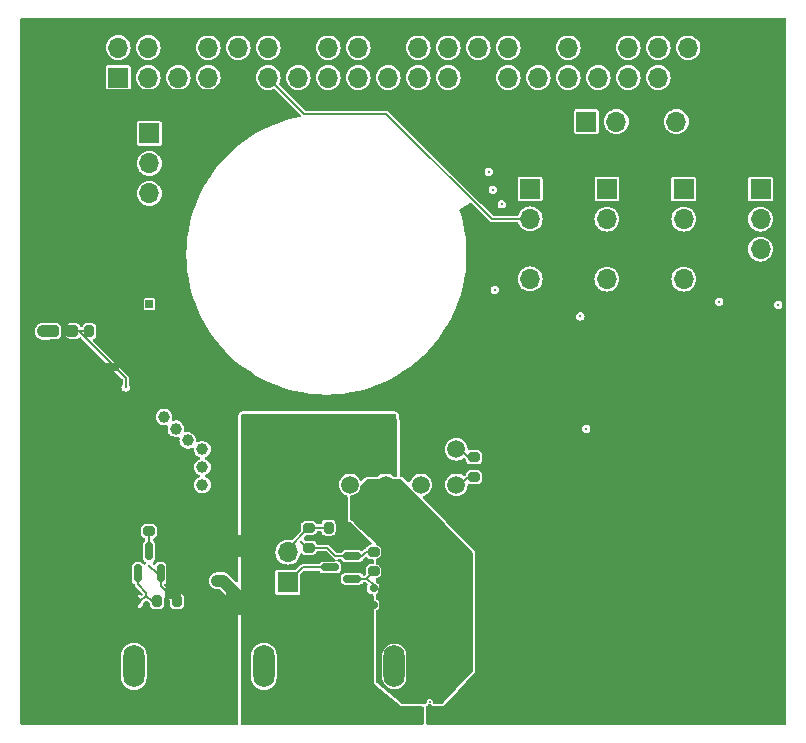
<source format=gtp>
G04 #@! TF.GenerationSoftware,KiCad,Pcbnew,8.0.8*
G04 #@! TF.CreationDate,2025-02-11T20:33:09+01:00*
G04 #@! TF.ProjectId,power_motherboard,706f7765-725f-46d6-9f74-686572626f61,rev?*
G04 #@! TF.SameCoordinates,Original*
G04 #@! TF.FileFunction,Paste,Top*
G04 #@! TF.FilePolarity,Positive*
%FSLAX46Y46*%
G04 Gerber Fmt 4.6, Leading zero omitted, Abs format (unit mm)*
G04 Created by KiCad (PCBNEW 8.0.8) date 2025-02-11 20:33:09*
%MOMM*%
%LPD*%
G01*
G04 APERTURE LIST*
G04 Aperture macros list*
%AMRoundRect*
0 Rectangle with rounded corners*
0 $1 Rounding radius*
0 $2 $3 $4 $5 $6 $7 $8 $9 X,Y pos of 4 corners*
0 Add a 4 corners polygon primitive as box body*
4,1,4,$2,$3,$4,$5,$6,$7,$8,$9,$2,$3,0*
0 Add four circle primitives for the rounded corners*
1,1,$1+$1,$2,$3*
1,1,$1+$1,$4,$5*
1,1,$1+$1,$6,$7*
1,1,$1+$1,$8,$9*
0 Add four rect primitives between the rounded corners*
20,1,$1+$1,$2,$3,$4,$5,0*
20,1,$1+$1,$4,$5,$6,$7,0*
20,1,$1+$1,$6,$7,$8,$9,0*
20,1,$1+$1,$8,$9,$2,$3,0*%
G04 Aperture macros list end*
%ADD10RoundRect,0.150000X-0.512500X-0.150000X0.512500X-0.150000X0.512500X0.150000X-0.512500X0.150000X0*%
%ADD11RoundRect,0.150000X-0.150000X0.825000X-0.150000X-0.825000X0.150000X-0.825000X0.150000X0.825000X0*%
%ADD12RoundRect,0.162500X0.162500X-0.825000X0.162500X0.825000X-0.162500X0.825000X-0.162500X-0.825000X0*%
%ADD13RoundRect,0.100000X-0.637500X-0.100000X0.637500X-0.100000X0.637500X0.100000X-0.637500X0.100000X0*%
%ADD14RoundRect,0.243750X0.456250X-0.243750X0.456250X0.243750X-0.456250X0.243750X-0.456250X-0.243750X0*%
%ADD15RoundRect,0.225000X0.225000X0.250000X-0.225000X0.250000X-0.225000X-0.250000X0.225000X-0.250000X0*%
%ADD16RoundRect,0.200000X0.275000X-0.200000X0.275000X0.200000X-0.275000X0.200000X-0.275000X-0.200000X0*%
%ADD17RoundRect,0.225000X-0.225000X-0.250000X0.225000X-0.250000X0.225000X0.250000X-0.225000X0.250000X0*%
%ADD18R,1.900000X4.000000*%
%ADD19RoundRect,0.200000X-0.200000X-0.275000X0.200000X-0.275000X0.200000X0.275000X-0.200000X0.275000X0*%
%ADD20RoundRect,0.250000X0.325000X0.650000X-0.325000X0.650000X-0.325000X-0.650000X0.325000X-0.650000X0*%
%ADD21RoundRect,0.250000X-0.300000X0.300000X-0.300000X-0.300000X0.300000X-0.300000X0.300000X0.300000X0*%
%ADD22R,3.150000X1.960000*%
%ADD23RoundRect,0.243750X-0.456250X0.243750X-0.456250X-0.243750X0.456250X-0.243750X0.456250X0.243750X0*%
%ADD24R,1.300000X1.100000*%
G04 #@! TA.AperFunction,ComponentPad*
%ADD25R,0.640000X0.640000*%
G04 #@! TD*
G04 #@! TA.AperFunction,ComponentPad*
%ADD26C,0.640000*%
G04 #@! TD*
G04 #@! TA.AperFunction,ComponentPad*
%ADD27R,1.700000X1.700000*%
G04 #@! TD*
G04 #@! TA.AperFunction,ComponentPad*
%ADD28O,1.700000X1.700000*%
G04 #@! TD*
G04 #@! TA.AperFunction,ComponentPad*
%ADD29RoundRect,0.250000X0.650000X1.550000X-0.650000X1.550000X-0.650000X-1.550000X0.650000X-1.550000X0*%
G04 #@! TD*
G04 #@! TA.AperFunction,ComponentPad*
%ADD30O,1.800000X3.600000*%
G04 #@! TD*
G04 #@! TA.AperFunction,ComponentPad*
%ADD31RoundRect,0.250001X-0.499999X-0.499999X0.499999X-0.499999X0.499999X0.499999X-0.499999X0.499999X0*%
G04 #@! TD*
G04 #@! TA.AperFunction,ComponentPad*
%ADD32C,1.500000*%
G04 #@! TD*
G04 #@! TA.AperFunction,SMDPad,CuDef*
%ADD33RoundRect,0.150000X0.150000X-0.587500X0.150000X0.587500X-0.150000X0.587500X-0.150000X-0.587500X0*%
G04 #@! TD*
G04 #@! TA.AperFunction,SMDPad,CuDef*
%ADD34RoundRect,0.150000X0.200000X-0.150000X0.200000X0.150000X-0.200000X0.150000X-0.200000X-0.150000X0*%
G04 #@! TD*
G04 #@! TA.AperFunction,SMDPad,CuDef*
%ADD35RoundRect,0.150000X0.587500X0.150000X-0.587500X0.150000X-0.587500X-0.150000X0.587500X-0.150000X0*%
G04 #@! TD*
G04 #@! TA.AperFunction,SMDPad,CuDef*
%ADD36RoundRect,0.200000X0.200000X0.275000X-0.200000X0.275000X-0.200000X-0.275000X0.200000X-0.275000X0*%
G04 #@! TD*
G04 #@! TA.AperFunction,SMDPad,CuDef*
%ADD37RoundRect,0.200000X-0.275000X0.200000X-0.275000X-0.200000X0.275000X-0.200000X0.275000X0.200000X0*%
G04 #@! TD*
G04 #@! TA.AperFunction,SMDPad,CuDef*
%ADD38RoundRect,0.150000X-0.150000X-0.200000X0.150000X-0.200000X0.150000X0.200000X-0.150000X0.200000X0*%
G04 #@! TD*
G04 #@! TA.AperFunction,SMDPad,CuDef*
%ADD39RoundRect,0.200000X0.275000X-0.200000X0.275000X0.200000X-0.275000X0.200000X-0.275000X-0.200000X0*%
G04 #@! TD*
G04 #@! TA.AperFunction,SMDPad,CuDef*
%ADD40RoundRect,0.200000X-0.200000X-0.275000X0.200000X-0.275000X0.200000X0.275000X-0.200000X0.275000X0*%
G04 #@! TD*
G04 #@! TA.AperFunction,ViaPad*
%ADD41C,0.300000*%
G04 #@! TD*
G04 #@! TA.AperFunction,ViaPad*
%ADD42C,1.000000*%
G04 #@! TD*
G04 #@! TA.AperFunction,Conductor*
%ADD43C,0.127000*%
G04 #@! TD*
G04 #@! TA.AperFunction,Conductor*
%ADD44C,1.000000*%
G04 #@! TD*
G04 APERTURE END LIST*
D10*
X107750000Y-73300000D03*
X107750000Y-74250000D03*
X107750000Y-75200000D03*
X110025000Y-75200000D03*
X110025000Y-74250000D03*
X110025000Y-73300000D03*
D11*
X150405000Y-80275000D03*
X149135000Y-80275000D03*
X147865000Y-80275000D03*
X146595000Y-80275000D03*
X146595000Y-85225000D03*
X147865000Y-85225000D03*
X149135000Y-85225000D03*
X150405000Y-85225000D03*
D12*
X107095000Y-85537500D03*
X108365000Y-85537500D03*
X109635000Y-85537500D03*
X110905000Y-85537500D03*
X110905000Y-80462500D03*
X109635000Y-80462500D03*
X108365000Y-80462500D03*
X107095000Y-80462500D03*
D13*
X147137500Y-70075000D03*
X147137500Y-70725000D03*
X147137500Y-71375000D03*
X147137500Y-72025000D03*
X147137500Y-72675000D03*
X147137500Y-73325000D03*
X147137500Y-73975000D03*
X147137500Y-74625000D03*
X147137500Y-75275000D03*
X147137500Y-75925000D03*
X152862500Y-75925000D03*
X152862500Y-75275000D03*
X152862500Y-74625000D03*
X152862500Y-73975000D03*
X152862500Y-73325000D03*
X152862500Y-72675000D03*
X152862500Y-72025000D03*
X152862500Y-71375000D03*
X152862500Y-70725000D03*
X152862500Y-70075000D03*
D14*
X113000000Y-94312500D03*
X113000000Y-92437500D03*
D12*
X118095000Y-85537500D03*
X119365000Y-85537500D03*
X120635000Y-85537500D03*
X121905000Y-85537500D03*
X121905000Y-80462500D03*
X120635000Y-80462500D03*
X119365000Y-80462500D03*
X118095000Y-80462500D03*
D15*
X144025000Y-78000000D03*
X142475000Y-78000000D03*
D16*
X150500000Y-89250000D03*
X150500000Y-87600000D03*
X163500000Y-76900000D03*
X163500000Y-75250000D03*
D17*
X102725000Y-68500000D03*
X104275000Y-68500000D03*
D16*
X111750000Y-76150000D03*
X111750000Y-74500000D03*
D14*
X125750000Y-94362500D03*
X125750000Y-92487500D03*
D17*
X142475000Y-72750000D03*
X144025000Y-72750000D03*
D16*
X127750000Y-94325000D03*
X127750000Y-92675000D03*
X114750000Y-94275000D03*
X114750000Y-92625000D03*
D14*
X131000000Y-94312500D03*
X131000000Y-92437500D03*
D18*
X105187500Y-73900000D03*
X102087500Y-73900000D03*
D19*
X154675000Y-70750000D03*
X156325000Y-70750000D03*
D20*
X104450000Y-81800000D03*
X101500000Y-81800000D03*
D21*
X115750000Y-87125000D03*
X115750000Y-89925000D03*
D22*
X108500000Y-88420000D03*
X108500000Y-93330000D03*
D17*
X102725000Y-70250000D03*
X104275000Y-70250000D03*
D16*
X132750000Y-93775000D03*
X132750000Y-92125000D03*
X159250000Y-76900000D03*
X159250000Y-75250000D03*
D23*
X159250000Y-71312500D03*
X159250000Y-73187500D03*
D15*
X104475000Y-77300000D03*
X102925000Y-77300000D03*
D23*
X163500000Y-71312500D03*
X163500000Y-73187500D03*
D20*
X104475000Y-79300000D03*
X101525000Y-79300000D03*
D22*
X119000000Y-88420000D03*
X119000000Y-93330000D03*
D21*
X105000000Y-87125000D03*
X105000000Y-89925000D03*
D17*
X109975000Y-71750000D03*
X111525000Y-71750000D03*
D24*
X142150000Y-76150000D03*
X144250000Y-76150000D03*
X144250000Y-74500000D03*
X142150000Y-74500000D03*
D25*
X111000000Y-67950000D03*
D26*
X111000000Y-66680000D03*
D27*
X156250000Y-58210000D03*
D28*
X156250000Y-60750000D03*
X156250000Y-63290000D03*
X156250000Y-65830000D03*
D27*
X143250000Y-58200000D03*
D28*
X143250000Y-60740000D03*
X143250000Y-63280000D03*
X143250000Y-65820000D03*
D29*
X135560000Y-98625000D03*
D30*
X131750000Y-98625000D03*
D27*
X111000000Y-53500000D03*
D28*
X111000000Y-56040000D03*
X111000000Y-58580000D03*
X111000000Y-61120000D03*
D27*
X162750000Y-58210000D03*
D28*
X162750000Y-60750000D03*
X162750000Y-63290000D03*
X162750000Y-65830000D03*
D29*
X113500000Y-98625000D03*
D30*
X109690000Y-98625000D03*
D29*
X124500000Y-98625000D03*
D30*
X120690000Y-98625000D03*
D31*
X128000000Y-80250000D03*
D32*
X131000000Y-80250000D03*
X134000000Y-80250000D03*
X137000000Y-80250000D03*
X128000000Y-83250000D03*
X131000000Y-83250000D03*
X134000000Y-83250000D03*
X137000000Y-83250000D03*
D27*
X148000000Y-52500000D03*
D28*
X150540000Y-52500000D03*
X153080000Y-52500000D03*
X155620000Y-52500000D03*
D27*
X149750000Y-58210000D03*
D28*
X149750000Y-60750000D03*
X149750000Y-63290000D03*
X149750000Y-65830000D03*
D27*
X122725000Y-91500000D03*
D28*
X122725000Y-88960000D03*
D27*
X108370000Y-48770000D03*
D28*
X108370000Y-46230000D03*
X110910000Y-48770000D03*
X110910000Y-46230000D03*
X113450000Y-48770000D03*
X113450000Y-46230000D03*
X115990000Y-48770000D03*
X115990000Y-46230000D03*
X118530000Y-48770000D03*
X118530000Y-46230000D03*
X121070000Y-48770000D03*
X121070000Y-46230000D03*
X123610000Y-48770000D03*
X123610000Y-46230000D03*
X126150000Y-48770000D03*
X126150000Y-46230000D03*
X128690000Y-48770000D03*
X128690000Y-46230000D03*
X131230000Y-48770000D03*
X131230000Y-46230000D03*
X133770000Y-48770000D03*
X133770000Y-46230000D03*
X136310000Y-48770000D03*
X136310000Y-46230000D03*
X138850000Y-48770000D03*
X138850000Y-46230000D03*
X141390000Y-48770000D03*
X141390000Y-46230000D03*
X143930000Y-48770000D03*
X143930000Y-46230000D03*
X146470000Y-48770000D03*
X146470000Y-46230000D03*
X149010000Y-48770000D03*
X149010000Y-46230000D03*
X151550000Y-48770000D03*
X151550000Y-46230000D03*
X154090000Y-48770000D03*
X154090000Y-46230000D03*
X156630000Y-48770000D03*
X156630000Y-46230000D03*
D33*
X111950000Y-90750000D03*
X110050000Y-90750000D03*
X111000000Y-88875000D03*
D34*
X130000000Y-92000000D03*
X130000000Y-93400000D03*
D35*
X128187500Y-89300000D03*
X128187500Y-91200000D03*
X126312500Y-90250000D03*
D36*
X104575000Y-70250000D03*
X102925000Y-70250000D03*
D37*
X138500000Y-80925000D03*
X138500000Y-82575000D03*
D38*
X109950000Y-93125000D03*
X108550000Y-93125000D03*
D39*
X124500000Y-88575000D03*
X124500000Y-86925000D03*
D40*
X105925000Y-70250000D03*
X107575000Y-70250000D03*
D39*
X111000000Y-87150000D03*
X111000000Y-85500000D03*
D36*
X113325000Y-93125000D03*
X111675000Y-93125000D03*
D37*
X130000000Y-88925000D03*
X130000000Y-90575000D03*
D40*
X126175000Y-86875000D03*
X127825000Y-86875000D03*
D41*
X140250000Y-66750000D03*
X140090000Y-58250000D03*
X147500000Y-69000000D03*
X139750000Y-56750000D03*
X140840000Y-59500000D03*
X159250000Y-67750000D03*
X164250000Y-68000000D03*
X138500000Y-60750000D03*
X115000000Y-93500000D03*
X158500000Y-99000000D03*
X105000000Y-71250000D03*
X140000000Y-68000000D03*
X101750000Y-102000000D03*
X111500000Y-70500000D03*
X157500000Y-71500000D03*
X134750000Y-102625000D03*
X146500000Y-69250000D03*
X145600000Y-82600000D03*
X108000000Y-72250000D03*
X106500000Y-75250000D03*
X115500000Y-77250000D03*
X110400000Y-88000000D03*
X101500000Y-84750000D03*
X106500000Y-73250000D03*
X149135000Y-78615000D03*
X148750000Y-72000000D03*
X132250000Y-77500000D03*
X113750000Y-76000000D03*
X111600000Y-86000000D03*
X105750000Y-91375000D03*
X141500000Y-72750000D03*
X164000000Y-93000000D03*
X154500000Y-67500000D03*
X105500000Y-69000000D03*
X112500000Y-67750000D03*
X145600000Y-84000000D03*
X102250000Y-84750000D03*
X145750000Y-76150000D03*
X109200000Y-102400000D03*
X151000000Y-73000000D03*
X100750000Y-84750000D03*
X140250000Y-82500000D03*
X151500000Y-75500000D03*
X108500000Y-70250000D03*
X150500000Y-90500000D03*
X143250000Y-77000000D03*
X145750000Y-73750000D03*
X105250000Y-69500000D03*
X163500000Y-78000000D03*
X159250000Y-78000000D03*
X103750000Y-73750000D03*
X139250000Y-88375000D03*
X105500000Y-68250000D03*
X145400000Y-85600000D03*
X102200000Y-92600000D03*
X157000000Y-67500000D03*
X114750000Y-94275000D03*
X134750000Y-101625000D03*
X150500000Y-82500000D03*
X151000000Y-69500000D03*
X114250000Y-67250000D03*
X147000000Y-87600000D03*
X124750000Y-93250000D03*
X128750000Y-95375000D03*
X116750000Y-91375000D03*
X124400000Y-102800000D03*
X125859264Y-87857594D03*
X127750000Y-93500000D03*
X125400000Y-89400000D03*
X125000000Y-91000000D03*
X127750000Y-90500000D03*
X133200000Y-103000000D03*
X123600000Y-93000000D03*
X128750000Y-92500000D03*
X111000000Y-90125000D03*
X123812147Y-88062147D03*
X111000000Y-87750000D03*
D42*
X112250000Y-77500000D03*
X115500000Y-83250000D03*
X113250000Y-78500000D03*
X115500000Y-80250000D03*
X115500000Y-81750000D03*
X114250000Y-79500000D03*
D41*
X148000000Y-78500000D03*
D42*
X102000000Y-70250000D03*
D41*
X109000000Y-75000000D03*
D43*
X111250000Y-93125000D02*
X111675000Y-93125000D01*
X110750000Y-92625000D02*
X111250000Y-93125000D01*
X109950000Y-93125000D02*
X110250000Y-93125000D01*
X111675000Y-93125000D02*
X111675000Y-92962500D01*
X110050000Y-91675000D02*
X110050000Y-90750000D01*
X110750000Y-92375000D02*
X110050000Y-91675000D01*
X110250000Y-93125000D02*
X110750000Y-92625000D01*
X110750000Y-92625000D02*
X110750000Y-92375000D01*
D44*
X158107000Y-45618206D02*
X158107000Y-47293000D01*
X106893000Y-50247000D02*
X106820000Y-50174000D01*
X123610000Y-46230000D02*
X122133000Y-44753000D01*
X158107000Y-47293000D02*
X156630000Y-48770000D01*
X147533000Y-44753000D02*
X145407000Y-44753000D01*
X145407000Y-44753000D02*
X143930000Y-46230000D01*
X110053000Y-62067000D02*
X110053000Y-84603000D01*
X129753000Y-44753000D02*
X125087000Y-44753000D01*
X111000000Y-61120000D02*
X110053000Y-62067000D01*
D43*
X135500000Y-78250000D02*
X133500000Y-80250000D01*
D44*
X157241794Y-44753000D02*
X158107000Y-45618206D01*
D43*
X110000000Y-94375000D02*
X108750000Y-94375000D01*
D44*
X110053000Y-84603000D02*
X111000000Y-85550000D01*
X149750000Y-63290000D02*
X153080000Y-59960000D01*
X106820000Y-45587968D02*
X107727968Y-44680000D01*
X131230000Y-46230000D02*
X132707000Y-44753000D01*
X111000000Y-61120000D02*
X114061794Y-58058206D01*
D43*
X111250000Y-95625000D02*
X110000000Y-94375000D01*
D44*
X132707000Y-44753000D02*
X142453000Y-44753000D01*
X151530000Y-54050000D02*
X153080000Y-52500000D01*
X107727968Y-44680000D02*
X111900000Y-44680000D01*
X153080000Y-59960000D02*
X153080000Y-52500000D01*
X106820000Y-50174000D02*
X106820000Y-45587968D01*
X125087000Y-44753000D02*
X123610000Y-46230000D01*
X111900000Y-44680000D02*
X113450000Y-46230000D01*
X144130000Y-54050000D02*
X151530000Y-54050000D01*
X149750000Y-63290000D02*
X156250000Y-63290000D01*
X118078794Y-48770000D02*
X118530000Y-48770000D01*
X153080000Y-52320000D02*
X156630000Y-48770000D01*
X153080000Y-52500000D02*
X153080000Y-52320000D01*
D43*
X108750000Y-93125000D02*
X108550000Y-93125000D01*
D44*
X150487000Y-44753000D02*
X157241794Y-44753000D01*
X149010000Y-46230000D02*
X147533000Y-44753000D01*
D43*
X108500000Y-70250000D02*
X107575000Y-70250000D01*
X107575000Y-70250000D02*
X107575000Y-70105000D01*
D44*
X118530000Y-48770000D02*
X117053000Y-50247000D01*
D43*
X112750000Y-95625000D02*
X111250000Y-95625000D01*
D44*
X149740000Y-63280000D02*
X149750000Y-63290000D01*
D43*
X113500000Y-98625000D02*
X113500000Y-96375000D01*
D44*
X131230000Y-46230000D02*
X129753000Y-44753000D01*
X117053000Y-50247000D02*
X106893000Y-50247000D01*
D43*
X113500000Y-96375000D02*
X112750000Y-95625000D01*
D44*
X143250000Y-63280000D02*
X149740000Y-63280000D01*
X114061794Y-52787000D02*
X118078794Y-48770000D01*
D43*
X142250000Y-78250000D02*
X135500000Y-78250000D01*
D44*
X142453000Y-44753000D02*
X143930000Y-46230000D01*
X114061794Y-58058206D02*
X114061794Y-52787000D01*
X138850000Y-48770000D02*
X144130000Y-54050000D01*
X122133000Y-44753000D02*
X114927000Y-44753000D01*
D43*
X110000000Y-94375000D02*
X108750000Y-93125000D01*
X107575000Y-70105000D02*
X111000000Y-66680000D01*
X108750000Y-94375000D02*
X105750000Y-91375000D01*
D44*
X149010000Y-46230000D02*
X150487000Y-44753000D01*
X114927000Y-44753000D02*
X113450000Y-46230000D01*
D43*
X129625000Y-90450000D02*
X129750000Y-90325000D01*
X128387500Y-91000000D02*
X128187500Y-91200000D01*
X129375000Y-91200000D02*
X129200000Y-91200000D01*
X130000000Y-90575000D02*
X129375000Y-91200000D01*
X129450000Y-91200000D02*
X129200000Y-91200000D01*
X129200000Y-91200000D02*
X128187500Y-91200000D01*
X130000000Y-91750000D02*
X129450000Y-91200000D01*
X130000000Y-92000000D02*
X130000000Y-91750000D01*
X128750000Y-91000000D02*
X128387500Y-91000000D01*
X130000000Y-93400000D02*
X124800000Y-93400000D01*
D44*
X117250000Y-91375000D02*
X116750000Y-91375000D01*
D43*
X128075000Y-86875000D02*
X128259500Y-87059500D01*
D44*
X124500000Y-98625000D02*
X122037500Y-96162500D01*
D43*
X124800000Y-93400000D02*
X122037500Y-96162500D01*
D44*
X122037500Y-96162500D02*
X117250000Y-91375000D01*
D43*
X113250000Y-93125000D02*
X111950000Y-91825000D01*
X111625000Y-90750000D02*
X111000000Y-90125000D01*
X111950000Y-91825000D02*
X111950000Y-90750000D01*
X113325000Y-93125000D02*
X113250000Y-93125000D01*
X111950000Y-90750000D02*
X111625000Y-90750000D01*
X124500000Y-88575000D02*
X126075000Y-88575000D01*
X123812147Y-88062147D02*
X123812853Y-88062147D01*
X128187500Y-89300000D02*
X128237500Y-89250000D01*
X126075000Y-88575000D02*
X126750000Y-89250000D01*
X128137500Y-89250000D02*
X128187500Y-89300000D01*
X129000000Y-89250000D02*
X129325000Y-88925000D01*
X126750000Y-89250000D02*
X128137500Y-89250000D01*
X128237500Y-89250000D02*
X129000000Y-89250000D01*
X129325000Y-88925000D02*
X130000000Y-88925000D01*
X123812147Y-88062147D02*
X124325000Y-88575000D01*
X111000000Y-88875000D02*
X111000000Y-87200000D01*
X125075000Y-86875000D02*
X125000000Y-86950000D01*
X124468460Y-86925000D02*
X125000000Y-86925000D01*
X122725000Y-88960000D02*
X122725000Y-88668460D01*
X123000000Y-88665000D02*
X123290000Y-88665000D01*
X126425000Y-86875000D02*
X125075000Y-86875000D01*
X122725000Y-88668460D02*
X124468460Y-86925000D01*
X122725000Y-91500000D02*
X123975000Y-90250000D01*
X123975000Y-90250000D02*
X126312500Y-90250000D01*
X137325000Y-80250000D02*
X138000000Y-80925000D01*
X136500000Y-80250000D02*
X137325000Y-80250000D01*
X137325000Y-83250000D02*
X136500000Y-83250000D01*
X138000000Y-82575000D02*
X137325000Y-83250000D01*
D44*
X102425000Y-70250000D02*
X102000000Y-70250000D01*
D43*
X143250000Y-60740000D02*
X139990000Y-60740000D01*
X131081146Y-51831146D02*
X124131146Y-51831146D01*
X124131146Y-51831146D02*
X121070000Y-48770000D01*
X139990000Y-60740000D02*
X131081146Y-51831146D01*
X109000000Y-75000000D02*
X109000000Y-74196185D01*
X104575000Y-70250000D02*
X105925000Y-70250000D01*
X105053815Y-70250000D02*
X104575000Y-70250000D01*
X109000000Y-74196185D02*
X105053815Y-70250000D01*
G04 #@! TA.AperFunction,Conductor*
G36*
X131856581Y-77269685D02*
G01*
X131902336Y-77322489D01*
X131912280Y-77391647D01*
X131912015Y-77393398D01*
X131895131Y-77499998D01*
X131895131Y-77500002D01*
X131912498Y-77609658D01*
X131912500Y-77609661D01*
X131962905Y-77708587D01*
X131963677Y-77709359D01*
X131964315Y-77710527D01*
X131968644Y-77716486D01*
X131967874Y-77717045D01*
X131997164Y-77770678D01*
X132000000Y-77797044D01*
X132000000Y-82470500D01*
X131980315Y-82537539D01*
X131927511Y-82583294D01*
X131876000Y-82594500D01*
X131743920Y-82594500D01*
X131676881Y-82574815D01*
X131665260Y-82566357D01*
X131612231Y-82522836D01*
X131530626Y-82455864D01*
X131530623Y-82455862D01*
X131365502Y-82367604D01*
X131186333Y-82313253D01*
X131186331Y-82313252D01*
X131000000Y-82294901D01*
X130813668Y-82313252D01*
X130813666Y-82313253D01*
X130634497Y-82367604D01*
X130469376Y-82455862D01*
X130469373Y-82455864D01*
X130369854Y-82537539D01*
X130334743Y-82566353D01*
X130270436Y-82593666D01*
X130256080Y-82594500D01*
X129451361Y-82594500D01*
X129429381Y-82595678D01*
X129403034Y-82598511D01*
X129403032Y-82598512D01*
X129326521Y-82622470D01*
X129326518Y-82622471D01*
X129326516Y-82622471D01*
X129326511Y-82622474D01*
X129265200Y-82655952D01*
X129265192Y-82655957D01*
X129218382Y-82690998D01*
X129218371Y-82691008D01*
X129050251Y-82859127D01*
X128988927Y-82892611D01*
X128919236Y-82887627D01*
X128863302Y-82845755D01*
X128853212Y-82829898D01*
X128794137Y-82719376D01*
X128794135Y-82719373D01*
X128675357Y-82574642D01*
X128530626Y-82455864D01*
X128530623Y-82455862D01*
X128365502Y-82367604D01*
X128186333Y-82313253D01*
X128186331Y-82313252D01*
X128000000Y-82294901D01*
X127813668Y-82313252D01*
X127813666Y-82313253D01*
X127634497Y-82367604D01*
X127469376Y-82455862D01*
X127469373Y-82455864D01*
X127324642Y-82574642D01*
X127205864Y-82719373D01*
X127205862Y-82719376D01*
X127117604Y-82884497D01*
X127063253Y-83063666D01*
X127063252Y-83063668D01*
X127044901Y-83250000D01*
X127063252Y-83436331D01*
X127063253Y-83436333D01*
X127117604Y-83615502D01*
X127205862Y-83780623D01*
X127205864Y-83780626D01*
X127324642Y-83925357D01*
X127469373Y-84044135D01*
X127469376Y-84044137D01*
X127558546Y-84091798D01*
X127634499Y-84132396D01*
X127706496Y-84154236D01*
X127764934Y-84192533D01*
X127793390Y-84256345D01*
X127794500Y-84272896D01*
X127794500Y-86145146D01*
X127795717Y-86163715D01*
X127796258Y-86171973D01*
X127800481Y-86204053D01*
X127800482Y-86204059D01*
X127800483Y-86204061D01*
X127804114Y-86214354D01*
X127828751Y-86284191D01*
X127865110Y-86343845D01*
X127865112Y-86343848D01*
X127865115Y-86343852D01*
X127902355Y-86388957D01*
X127915698Y-86401087D01*
X127953480Y-86428304D01*
X128002186Y-86455595D01*
X128002189Y-86455596D01*
X128002194Y-86455599D01*
X128018023Y-86462239D01*
X128022462Y-86464203D01*
X128024219Y-86465022D01*
X128024223Y-86465025D01*
X128075901Y-86489122D01*
X128128337Y-86535292D01*
X128135875Y-86549097D01*
X128150102Y-86579606D01*
X128150105Y-86579611D01*
X128170865Y-86614601D01*
X128199838Y-86653952D01*
X128199839Y-86653954D01*
X128214348Y-86670041D01*
X128227088Y-86684168D01*
X129794127Y-88108748D01*
X129830490Y-88168408D01*
X129828826Y-88238258D01*
X129789663Y-88296120D01*
X129725434Y-88323623D01*
X129710721Y-88324500D01*
X129693484Y-88324500D01*
X129617345Y-88336558D01*
X129599696Y-88339354D01*
X129486658Y-88396950D01*
X129486657Y-88396951D01*
X129486652Y-88396954D01*
X129396954Y-88486652D01*
X129396951Y-88486657D01*
X129390152Y-88500000D01*
X126373352Y-88500000D01*
X126224544Y-88351192D01*
X126127513Y-88311000D01*
X125267869Y-88311000D01*
X125200830Y-88291315D01*
X125157385Y-88243296D01*
X125103050Y-88136658D01*
X125103046Y-88136654D01*
X125103045Y-88136652D01*
X125013347Y-88046954D01*
X125013344Y-88046952D01*
X125013342Y-88046950D01*
X124936517Y-88007805D01*
X124900301Y-87989352D01*
X124806524Y-87974500D01*
X124236851Y-87974500D01*
X124169812Y-87954815D01*
X124126366Y-87906795D01*
X124099242Y-87853560D01*
X124099238Y-87853556D01*
X124099237Y-87853554D01*
X124093928Y-87848245D01*
X124060443Y-87786922D01*
X124065427Y-87717230D01*
X124093926Y-87672884D01*
X124204993Y-87561817D01*
X124266316Y-87528333D01*
X124292674Y-87525499D01*
X124806517Y-87525499D01*
X124806518Y-87525499D01*
X124900304Y-87510646D01*
X125013342Y-87453050D01*
X125103050Y-87363342D01*
X125160646Y-87250304D01*
X125161707Y-87243601D01*
X125191636Y-87180468D01*
X125250948Y-87143536D01*
X125284181Y-87139000D01*
X125461860Y-87139000D01*
X125528899Y-87158685D01*
X125574654Y-87211489D01*
X125584333Y-87243601D01*
X125589354Y-87275304D01*
X125646950Y-87388342D01*
X125646952Y-87388344D01*
X125646954Y-87388347D01*
X125736652Y-87478045D01*
X125736654Y-87478046D01*
X125736658Y-87478050D01*
X125849694Y-87535645D01*
X125849698Y-87535647D01*
X125943475Y-87550499D01*
X125943481Y-87550500D01*
X126406518Y-87550499D01*
X126500304Y-87535646D01*
X126613342Y-87478050D01*
X126703050Y-87388342D01*
X126760646Y-87275304D01*
X126760646Y-87275302D01*
X126760647Y-87275301D01*
X126775499Y-87181524D01*
X126775500Y-87181519D01*
X126775499Y-86568482D01*
X126760646Y-86474696D01*
X126703050Y-86361658D01*
X126703046Y-86361654D01*
X126703045Y-86361652D01*
X126613347Y-86271954D01*
X126613344Y-86271952D01*
X126613342Y-86271950D01*
X126536517Y-86232805D01*
X126500301Y-86214352D01*
X126406524Y-86199500D01*
X125943482Y-86199500D01*
X125862519Y-86212323D01*
X125849696Y-86214354D01*
X125736658Y-86271950D01*
X125736657Y-86271951D01*
X125736652Y-86271954D01*
X125646954Y-86361652D01*
X125646951Y-86361657D01*
X125646950Y-86361658D01*
X125594518Y-86464562D01*
X125589353Y-86474698D01*
X125584332Y-86506399D01*
X125554402Y-86569533D01*
X125495091Y-86606464D01*
X125461859Y-86611000D01*
X125242393Y-86611000D01*
X125175354Y-86591315D01*
X125131909Y-86543296D01*
X125119841Y-86519612D01*
X125103050Y-86486658D01*
X125103047Y-86486655D01*
X125103045Y-86486652D01*
X125013347Y-86396954D01*
X125013344Y-86396952D01*
X125013342Y-86396950D01*
X124909132Y-86343852D01*
X124900301Y-86339352D01*
X124806524Y-86324500D01*
X124193482Y-86324500D01*
X124112519Y-86337323D01*
X124099696Y-86339354D01*
X123986658Y-86396950D01*
X123986657Y-86396951D01*
X123986652Y-86396954D01*
X123896954Y-86486652D01*
X123896951Y-86486657D01*
X123896950Y-86486658D01*
X123877751Y-86524337D01*
X123839352Y-86599698D01*
X123824500Y-86693475D01*
X123824500Y-87144243D01*
X123804815Y-87211282D01*
X123788181Y-87231924D01*
X123109680Y-87910425D01*
X123048357Y-87943910D01*
X122986005Y-87941405D01*
X122930932Y-87924699D01*
X122930933Y-87924699D01*
X122745282Y-87906414D01*
X122725000Y-87904417D01*
X122724999Y-87904417D01*
X122519067Y-87924699D01*
X122354895Y-87974500D01*
X122334345Y-87980734D01*
X122321043Y-87984769D01*
X122210898Y-88043643D01*
X122138550Y-88082315D01*
X122138548Y-88082316D01*
X122138547Y-88082317D01*
X121978589Y-88213589D01*
X121847317Y-88373547D01*
X121847315Y-88373550D01*
X121834807Y-88396951D01*
X121779725Y-88500000D01*
X118750000Y-88500000D01*
X118750000Y-77374000D01*
X118769685Y-77306961D01*
X118822489Y-77261206D01*
X118874000Y-77250000D01*
X131789542Y-77250000D01*
X131856581Y-77269685D01*
G37*
G04 #@! TD.AperFunction*
G04 #@! TA.AperFunction,Conductor*
G36*
X132414482Y-82819685D02*
G01*
X132436550Y-82837768D01*
X133199821Y-83626482D01*
X133218101Y-83650713D01*
X133286177Y-83768623D01*
X133409603Y-83905702D01*
X133558833Y-84014124D01*
X133558834Y-84014124D01*
X133558835Y-84014125D01*
X133565210Y-84016964D01*
X133603879Y-84044010D01*
X136011719Y-86532110D01*
X138365108Y-88963944D01*
X138397582Y-89025806D01*
X138400000Y-89050175D01*
X138400000Y-98951306D01*
X138380315Y-99018345D01*
X138366866Y-99035682D01*
X136958394Y-100552499D01*
X135931530Y-101658353D01*
X135836794Y-101760376D01*
X135776753Y-101796108D01*
X135745928Y-101800000D01*
X135148701Y-101800000D01*
X135081662Y-101780315D01*
X135035907Y-101727511D01*
X135025963Y-101658353D01*
X135026585Y-101654467D01*
X135031781Y-101624999D01*
X135014788Y-101528627D01*
X135014788Y-101528625D01*
X134965857Y-101443875D01*
X134965853Y-101443872D01*
X134890889Y-101380968D01*
X134798933Y-101347500D01*
X134798931Y-101347500D01*
X134701069Y-101347500D01*
X134701066Y-101347500D01*
X134609115Y-101380967D01*
X134609108Y-101380971D01*
X134534145Y-101443872D01*
X134534140Y-101443878D01*
X134485213Y-101528622D01*
X134485211Y-101528627D01*
X134468219Y-101624999D01*
X134473415Y-101654467D01*
X134465671Y-101723906D01*
X134421615Y-101778136D01*
X134355234Y-101799938D01*
X134351299Y-101800000D01*
X132444263Y-101800000D01*
X132377224Y-101780315D01*
X132365742Y-101771971D01*
X132351570Y-101760376D01*
X130245479Y-100037210D01*
X130206058Y-99979523D01*
X130200000Y-99941239D01*
X130200000Y-97623795D01*
X130722500Y-97623795D01*
X130722500Y-99626204D01*
X130761984Y-99824703D01*
X130761986Y-99824711D01*
X130839439Y-100011701D01*
X130839444Y-100011710D01*
X130951887Y-100179992D01*
X130951890Y-100179996D01*
X131095003Y-100323109D01*
X131095007Y-100323112D01*
X131263289Y-100435555D01*
X131263295Y-100435558D01*
X131263296Y-100435559D01*
X131450289Y-100513014D01*
X131648795Y-100552499D01*
X131648799Y-100552500D01*
X131648800Y-100552500D01*
X131851201Y-100552500D01*
X131851202Y-100552499D01*
X132049711Y-100513014D01*
X132236704Y-100435559D01*
X132404993Y-100323112D01*
X132548112Y-100179993D01*
X132660559Y-100011704D01*
X132738014Y-99824711D01*
X132777500Y-99626200D01*
X132777500Y-97623800D01*
X132738014Y-97425289D01*
X132660559Y-97238296D01*
X132660558Y-97238295D01*
X132660555Y-97238289D01*
X132548112Y-97070007D01*
X132548109Y-97070003D01*
X132404996Y-96926890D01*
X132404992Y-96926887D01*
X132236710Y-96814444D01*
X132236701Y-96814439D01*
X132049711Y-96736986D01*
X132049703Y-96736984D01*
X131851204Y-96697500D01*
X131851200Y-96697500D01*
X131648800Y-96697500D01*
X131648795Y-96697500D01*
X131450296Y-96736984D01*
X131450288Y-96736986D01*
X131263298Y-96814439D01*
X131263289Y-96814444D01*
X131095007Y-96926887D01*
X131095003Y-96926890D01*
X130951890Y-97070003D01*
X130951887Y-97070007D01*
X130839444Y-97238289D01*
X130839439Y-97238298D01*
X130761986Y-97425288D01*
X130761984Y-97425296D01*
X130722500Y-97623795D01*
X130200000Y-97623795D01*
X130200000Y-93934145D01*
X130219685Y-93867106D01*
X130272489Y-93821351D01*
X130273915Y-93820710D01*
X130359542Y-93782903D01*
X130432903Y-93709542D01*
X130474808Y-93614634D01*
X130477500Y-93591432D01*
X130477500Y-93208568D01*
X130474808Y-93185366D01*
X130432903Y-93090458D01*
X130359542Y-93017097D01*
X130359540Y-93017096D01*
X130273914Y-92979289D01*
X130220538Y-92934203D01*
X130200010Y-92867417D01*
X130200000Y-92865854D01*
X130200000Y-92534145D01*
X130219685Y-92467106D01*
X130272489Y-92421351D01*
X130273915Y-92420710D01*
X130359542Y-92382903D01*
X130432903Y-92309542D01*
X130474808Y-92214634D01*
X130477500Y-92191432D01*
X130477500Y-91808568D01*
X130474808Y-91785366D01*
X130432903Y-91690458D01*
X130359542Y-91617097D01*
X130359540Y-91617096D01*
X130273914Y-91579289D01*
X130220538Y-91534203D01*
X130200010Y-91467417D01*
X130200000Y-91465854D01*
X130200000Y-91226068D01*
X130219685Y-91159029D01*
X130272489Y-91113274D01*
X130309474Y-91103955D01*
X130309352Y-91103028D01*
X130313371Y-91102499D01*
X130313374Y-91102499D01*
X130361071Y-91096221D01*
X130465744Y-91047411D01*
X130547411Y-90965744D01*
X130596221Y-90861071D01*
X130602500Y-90813375D01*
X130602499Y-90336626D01*
X130596221Y-90288929D01*
X130547411Y-90184256D01*
X130465744Y-90102589D01*
X130409882Y-90076540D01*
X130361072Y-90053779D01*
X130361068Y-90053778D01*
X130309351Y-90046970D01*
X130309563Y-90045354D01*
X130250256Y-90023619D01*
X130208067Y-89967925D01*
X130200000Y-89923930D01*
X130200000Y-89576068D01*
X130219685Y-89509029D01*
X130272489Y-89463274D01*
X130309474Y-89453955D01*
X130309352Y-89453028D01*
X130313371Y-89452499D01*
X130313374Y-89452499D01*
X130361071Y-89446221D01*
X130465744Y-89397411D01*
X130547411Y-89315744D01*
X130596221Y-89211071D01*
X130602500Y-89163375D01*
X130602499Y-88686626D01*
X130596221Y-88638929D01*
X130547411Y-88534256D01*
X130465744Y-88452589D01*
X130409882Y-88426540D01*
X130361072Y-88403779D01*
X130361068Y-88403778D01*
X130309351Y-88396970D01*
X130309563Y-88395354D01*
X130250256Y-88373619D01*
X130208067Y-88317925D01*
X130200000Y-88273930D01*
X130200000Y-88199999D01*
X128365322Y-86532110D01*
X128336351Y-86492762D01*
X128320399Y-86458555D01*
X128297411Y-86409256D01*
X128215744Y-86327589D01*
X128111071Y-86278779D01*
X128111070Y-86278778D01*
X128111066Y-86278777D01*
X128102638Y-86276320D01*
X128053932Y-86249029D01*
X128040589Y-86236899D01*
X128004225Y-86177238D01*
X128000000Y-86145146D01*
X128000000Y-84251362D01*
X128019685Y-84184323D01*
X128036310Y-84163690D01*
X128041195Y-84158804D01*
X128102510Y-84125314D01*
X128272656Y-84089150D01*
X128441167Y-84014124D01*
X128590397Y-83905702D01*
X128713823Y-83768623D01*
X128806052Y-83608878D01*
X128863053Y-83433448D01*
X128869797Y-83369281D01*
X128896379Y-83304669D01*
X128905418Y-83294581D01*
X129363681Y-82836319D01*
X129425004Y-82802834D01*
X129451362Y-82800000D01*
X132347443Y-82800000D01*
X132414482Y-82819685D01*
G37*
G04 #@! TD.AperFunction*
G04 #@! TA.AperFunction,Conductor*
G36*
X164892539Y-43770185D02*
G01*
X164938294Y-43822989D01*
X164949500Y-43874500D01*
X164949500Y-103425500D01*
X164929815Y-103492539D01*
X164877011Y-103538294D01*
X164825500Y-103549500D01*
X134579500Y-103549500D01*
X134512461Y-103529815D01*
X134466706Y-103477011D01*
X134455500Y-103425500D01*
X134455500Y-102129500D01*
X134450803Y-102085816D01*
X134450801Y-102085807D01*
X134450518Y-102083174D01*
X134462922Y-102014414D01*
X134503289Y-101971054D01*
X134502114Y-101969552D01*
X134512868Y-101961133D01*
X134581115Y-101907712D01*
X134625171Y-101853482D01*
X134639797Y-101833041D01*
X134639801Y-101833029D01*
X134642330Y-101828153D01*
X134690657Y-101777693D01*
X134758593Y-101761370D01*
X134824569Y-101784367D01*
X134861850Y-101826898D01*
X134862519Y-101828153D01*
X134880602Y-101862086D01*
X134926361Y-101914895D01*
X134943943Y-101932839D01*
X134943947Y-101932843D01*
X134943948Y-101932844D01*
X134943950Y-101932845D01*
X135016407Y-101973375D01*
X135023764Y-101977490D01*
X135090803Y-101997175D01*
X135148701Y-102005500D01*
X135148705Y-102005500D01*
X135745936Y-102005500D01*
X135755734Y-102004883D01*
X135771670Y-102003881D01*
X135802495Y-101999989D01*
X135881848Y-101972701D01*
X135941889Y-101936969D01*
X135987383Y-101900209D01*
X136082119Y-101798186D01*
X137108983Y-100692332D01*
X138517455Y-99175515D01*
X138529238Y-99161641D01*
X138542687Y-99144304D01*
X138577490Y-99076243D01*
X138597175Y-99009204D01*
X138605500Y-98951306D01*
X138605500Y-89050175D01*
X138604496Y-89029884D01*
X138602078Y-89005515D01*
X138579536Y-88930291D01*
X138547062Y-88868429D01*
X138512781Y-88821035D01*
X136159392Y-86389201D01*
X134205149Y-84369817D01*
X134172675Y-84307956D01*
X134178801Y-84238355D01*
X134221584Y-84183115D01*
X134258257Y-84164928D01*
X134365501Y-84132396D01*
X134530625Y-84044136D01*
X134675357Y-83925357D01*
X134794136Y-83780625D01*
X134882396Y-83615501D01*
X134936747Y-83436331D01*
X134955099Y-83250000D01*
X136044901Y-83250000D01*
X136063252Y-83436331D01*
X136063253Y-83436333D01*
X136117604Y-83615502D01*
X136205862Y-83780623D01*
X136205864Y-83780626D01*
X136324642Y-83925357D01*
X136469373Y-84044135D01*
X136469376Y-84044137D01*
X136634495Y-84132394D01*
X136634499Y-84132396D01*
X136801696Y-84183115D01*
X136813666Y-84186746D01*
X136813668Y-84186747D01*
X136830374Y-84188392D01*
X137000000Y-84205099D01*
X137186331Y-84186747D01*
X137365501Y-84132396D01*
X137530625Y-84044136D01*
X137675357Y-83925357D01*
X137794136Y-83780625D01*
X137882396Y-83615501D01*
X137936747Y-83436331D01*
X137953093Y-83270361D01*
X137979254Y-83205576D01*
X138036288Y-83165217D01*
X138095895Y-83160044D01*
X138099696Y-83160646D01*
X138193481Y-83175500D01*
X138806518Y-83175499D01*
X138900304Y-83160646D01*
X139013342Y-83103050D01*
X139103050Y-83013342D01*
X139160646Y-82900304D01*
X139160646Y-82900302D01*
X139160647Y-82900301D01*
X139175499Y-82806524D01*
X139175500Y-82806519D01*
X139175499Y-82343482D01*
X139160646Y-82249696D01*
X139103050Y-82136658D01*
X139103046Y-82136654D01*
X139103045Y-82136652D01*
X139013347Y-82046954D01*
X139013344Y-82046952D01*
X139013342Y-82046950D01*
X138936517Y-82007805D01*
X138900301Y-81989352D01*
X138806524Y-81974500D01*
X138193482Y-81974500D01*
X138112519Y-81987323D01*
X138099696Y-81989354D01*
X137986658Y-82046950D01*
X137986657Y-82046951D01*
X137986652Y-82046954D01*
X137896954Y-82136652D01*
X137896951Y-82136657D01*
X137839352Y-82249698D01*
X137839352Y-82249699D01*
X137824466Y-82343689D01*
X137794537Y-82406824D01*
X137789674Y-82411972D01*
X137728269Y-82473377D01*
X137666946Y-82506862D01*
X137597254Y-82501878D01*
X137561924Y-82481550D01*
X137530625Y-82455864D01*
X137530619Y-82455860D01*
X137365502Y-82367604D01*
X137186333Y-82313253D01*
X137186331Y-82313252D01*
X137000000Y-82294901D01*
X136813668Y-82313252D01*
X136813666Y-82313253D01*
X136634497Y-82367604D01*
X136469376Y-82455862D01*
X136469373Y-82455864D01*
X136324642Y-82574642D01*
X136205864Y-82719373D01*
X136205862Y-82719376D01*
X136117604Y-82884497D01*
X136063253Y-83063666D01*
X136063252Y-83063668D01*
X136044901Y-83250000D01*
X134955099Y-83250000D01*
X134936747Y-83063669D01*
X134882396Y-82884499D01*
X134827648Y-82782072D01*
X134794137Y-82719376D01*
X134794135Y-82719373D01*
X134675357Y-82574642D01*
X134530626Y-82455864D01*
X134530623Y-82455862D01*
X134365502Y-82367604D01*
X134186333Y-82313253D01*
X134186331Y-82313252D01*
X134000000Y-82294901D01*
X133813668Y-82313252D01*
X133813666Y-82313253D01*
X133634497Y-82367604D01*
X133469376Y-82455862D01*
X133469373Y-82455864D01*
X133324642Y-82574642D01*
X133205864Y-82719373D01*
X133205862Y-82719376D01*
X133117604Y-82884496D01*
X133095295Y-82958039D01*
X133056997Y-83016477D01*
X132993185Y-83044933D01*
X132924118Y-83034372D01*
X132887528Y-83008274D01*
X132584229Y-82694865D01*
X132584227Y-82694863D01*
X132584223Y-82694859D01*
X132575677Y-82686991D01*
X132566817Y-82678833D01*
X132566807Y-82678825D01*
X132566798Y-82678816D01*
X132566149Y-82678284D01*
X132544733Y-82660735D01*
X132544731Y-82660734D01*
X132544730Y-82660733D01*
X132512898Y-82643916D01*
X132472381Y-82622510D01*
X132405346Y-82602826D01*
X132405342Y-82602825D01*
X132405341Y-82602825D01*
X132347443Y-82594500D01*
X132347439Y-82594500D01*
X132329500Y-82594500D01*
X132262461Y-82574815D01*
X132216706Y-82522011D01*
X132205500Y-82470500D01*
X132205500Y-80250000D01*
X136044901Y-80250000D01*
X136063252Y-80436331D01*
X136063253Y-80436333D01*
X136117604Y-80615502D01*
X136205862Y-80780623D01*
X136205864Y-80780626D01*
X136324642Y-80925357D01*
X136469373Y-81044135D01*
X136469376Y-81044137D01*
X136555574Y-81090210D01*
X136634499Y-81132396D01*
X136813666Y-81186746D01*
X136813668Y-81186747D01*
X136830374Y-81188392D01*
X137000000Y-81205099D01*
X137186331Y-81186747D01*
X137365501Y-81132396D01*
X137530625Y-81044136D01*
X137561922Y-81018450D01*
X137626230Y-80991136D01*
X137695098Y-81002926D01*
X137728269Y-81026621D01*
X137789676Y-81088028D01*
X137823161Y-81149351D01*
X137824469Y-81156313D01*
X137824500Y-81156515D01*
X137824501Y-81156518D01*
X137839354Y-81250304D01*
X137896950Y-81363342D01*
X137896952Y-81363344D01*
X137896954Y-81363347D01*
X137986652Y-81453045D01*
X137986654Y-81453046D01*
X137986658Y-81453050D01*
X138099694Y-81510645D01*
X138099698Y-81510647D01*
X138193475Y-81525499D01*
X138193481Y-81525500D01*
X138806518Y-81525499D01*
X138900304Y-81510646D01*
X139013342Y-81453050D01*
X139103050Y-81363342D01*
X139160646Y-81250304D01*
X139160646Y-81250302D01*
X139160647Y-81250301D01*
X139173481Y-81169264D01*
X139175500Y-81156519D01*
X139175499Y-80693482D01*
X139160646Y-80599696D01*
X139103050Y-80486658D01*
X139103046Y-80486654D01*
X139103045Y-80486652D01*
X139013347Y-80396954D01*
X139013344Y-80396952D01*
X139013342Y-80396950D01*
X138936517Y-80357805D01*
X138900301Y-80339352D01*
X138806524Y-80324500D01*
X138193481Y-80324500D01*
X138095892Y-80339956D01*
X138026599Y-80331000D01*
X137973147Y-80286002D01*
X137953093Y-80229636D01*
X137950223Y-80200500D01*
X137936747Y-80063669D01*
X137882396Y-79884499D01*
X137852160Y-79827931D01*
X137794137Y-79719376D01*
X137794135Y-79719373D01*
X137675357Y-79574642D01*
X137530626Y-79455864D01*
X137530623Y-79455862D01*
X137365502Y-79367604D01*
X137186333Y-79313253D01*
X137186331Y-79313252D01*
X137000000Y-79294901D01*
X136813668Y-79313252D01*
X136813666Y-79313253D01*
X136634497Y-79367604D01*
X136469376Y-79455862D01*
X136469373Y-79455864D01*
X136324642Y-79574642D01*
X136205864Y-79719373D01*
X136205862Y-79719376D01*
X136117604Y-79884497D01*
X136063253Y-80063666D01*
X136063252Y-80063668D01*
X136044901Y-80250000D01*
X132205500Y-80250000D01*
X132205500Y-78499997D01*
X147645131Y-78499997D01*
X147645131Y-78500002D01*
X147662498Y-78609658D01*
X147712904Y-78708585D01*
X147712909Y-78708592D01*
X147791407Y-78787090D01*
X147791410Y-78787092D01*
X147791413Y-78787095D01*
X147871557Y-78827930D01*
X147890341Y-78837501D01*
X147999998Y-78854869D01*
X148000000Y-78854869D01*
X148000002Y-78854869D01*
X148109658Y-78837501D01*
X148109659Y-78837500D01*
X148109661Y-78837500D01*
X148208587Y-78787095D01*
X148287095Y-78708587D01*
X148337500Y-78609661D01*
X148337500Y-78609659D01*
X148337501Y-78609658D01*
X148354869Y-78500002D01*
X148354869Y-78499997D01*
X148337501Y-78390341D01*
X148337500Y-78390339D01*
X148287095Y-78291413D01*
X148287092Y-78291410D01*
X148287090Y-78291407D01*
X148208592Y-78212909D01*
X148208588Y-78212906D01*
X148208587Y-78212905D01*
X148184241Y-78200500D01*
X148109658Y-78162498D01*
X148000002Y-78145131D01*
X147999998Y-78145131D01*
X147890341Y-78162498D01*
X147791414Y-78212904D01*
X147791407Y-78212909D01*
X147712909Y-78291407D01*
X147712904Y-78291414D01*
X147662498Y-78390341D01*
X147645131Y-78499997D01*
X132205500Y-78499997D01*
X132205500Y-77797045D01*
X132204322Y-77775088D01*
X132204321Y-77775067D01*
X132201485Y-77748701D01*
X132177521Y-77672182D01*
X132176126Y-77669627D01*
X132169294Y-77657116D01*
X132169290Y-77657101D01*
X132141901Y-77606959D01*
X132141898Y-77606953D01*
X132140650Y-77604668D01*
X132139019Y-77601578D01*
X132119291Y-77562858D01*
X132107306Y-77525977D01*
X132107178Y-77525171D01*
X132106264Y-77519404D01*
X132106264Y-77480605D01*
X132114985Y-77425546D01*
X132114989Y-77425515D01*
X132115021Y-77425318D01*
X132115119Y-77424678D01*
X132115201Y-77424149D01*
X132115466Y-77422398D01*
X132115688Y-77362400D01*
X132105744Y-77293242D01*
X132100652Y-77268627D01*
X132057642Y-77187915D01*
X132011887Y-77135111D01*
X132011881Y-77135104D01*
X131994299Y-77117160D01*
X131994298Y-77117159D01*
X131994296Y-77117157D01*
X131994294Y-77117156D01*
X131994292Y-77117154D01*
X131914482Y-77072511D01*
X131914477Y-77072509D01*
X131847445Y-77052826D01*
X131847441Y-77052825D01*
X131847440Y-77052825D01*
X131789542Y-77044500D01*
X118874000Y-77044500D01*
X118873992Y-77044500D01*
X118830313Y-77049197D01*
X118778825Y-77060397D01*
X118768627Y-77062890D01*
X118768624Y-77062891D01*
X118687916Y-77105899D01*
X118687913Y-77105901D01*
X118635104Y-77151660D01*
X118617160Y-77169242D01*
X118617154Y-77169249D01*
X118572511Y-77249059D01*
X118572509Y-77249064D01*
X118552826Y-77316096D01*
X118552825Y-77316101D01*
X118552825Y-77316102D01*
X118550665Y-77331128D01*
X118544500Y-77374003D01*
X118544500Y-91379480D01*
X118524815Y-91446519D01*
X118472011Y-91492274D01*
X118402853Y-91502218D01*
X118339297Y-91473193D01*
X118332819Y-91467161D01*
X117696545Y-90830887D01*
X117581807Y-90754222D01*
X117454332Y-90701421D01*
X117454322Y-90701418D01*
X117318996Y-90674500D01*
X117318994Y-90674500D01*
X117318993Y-90674500D01*
X116681007Y-90674500D01*
X116681005Y-90674500D01*
X116545677Y-90701418D01*
X116545667Y-90701421D01*
X116418195Y-90754221D01*
X116418182Y-90754228D01*
X116303458Y-90830885D01*
X116303454Y-90830888D01*
X116205888Y-90928454D01*
X116205885Y-90928458D01*
X116129228Y-91043182D01*
X116129221Y-91043195D01*
X116076421Y-91170667D01*
X116076418Y-91170677D01*
X116049500Y-91306004D01*
X116049500Y-91306007D01*
X116049500Y-91443993D01*
X116049500Y-91443995D01*
X116049499Y-91443995D01*
X116076418Y-91579322D01*
X116076421Y-91579332D01*
X116129221Y-91706804D01*
X116129228Y-91706817D01*
X116205885Y-91821541D01*
X116205888Y-91821545D01*
X116303454Y-91919111D01*
X116303458Y-91919114D01*
X116418182Y-91995771D01*
X116418195Y-91995778D01*
X116545667Y-92048578D01*
X116545672Y-92048580D01*
X116545676Y-92048580D01*
X116545677Y-92048581D01*
X116681004Y-92075500D01*
X116681007Y-92075500D01*
X116908481Y-92075500D01*
X116975520Y-92095185D01*
X116996162Y-92111819D01*
X118508181Y-93623837D01*
X118541666Y-93685160D01*
X118544500Y-93711518D01*
X118544500Y-103425500D01*
X118524815Y-103492539D01*
X118472011Y-103538294D01*
X118420500Y-103549500D01*
X100174500Y-103549500D01*
X100107461Y-103529815D01*
X100061706Y-103477011D01*
X100050500Y-103425500D01*
X100050500Y-97638389D01*
X108589500Y-97638389D01*
X108589500Y-99611611D01*
X108616598Y-99782701D01*
X108670127Y-99947445D01*
X108748768Y-100101788D01*
X108850586Y-100241928D01*
X108973072Y-100364414D01*
X109113212Y-100466232D01*
X109267555Y-100544873D01*
X109432299Y-100598402D01*
X109603389Y-100625500D01*
X109603390Y-100625500D01*
X109776610Y-100625500D01*
X109776611Y-100625500D01*
X109947701Y-100598402D01*
X110112445Y-100544873D01*
X110266788Y-100466232D01*
X110406928Y-100364414D01*
X110529414Y-100241928D01*
X110631232Y-100101788D01*
X110709873Y-99947445D01*
X110763402Y-99782701D01*
X110790500Y-99611611D01*
X110790500Y-97638389D01*
X110763402Y-97467299D01*
X110709873Y-97302555D01*
X110631232Y-97148212D01*
X110529414Y-97008072D01*
X110406928Y-96885586D01*
X110266788Y-96783768D01*
X110112445Y-96705127D01*
X109947701Y-96651598D01*
X109947699Y-96651597D01*
X109947698Y-96651597D01*
X109816271Y-96630781D01*
X109776611Y-96624500D01*
X109603389Y-96624500D01*
X109563728Y-96630781D01*
X109432302Y-96651597D01*
X109267552Y-96705128D01*
X109113211Y-96783768D01*
X109033256Y-96841859D01*
X108973072Y-96885586D01*
X108973070Y-96885588D01*
X108973069Y-96885588D01*
X108850588Y-97008069D01*
X108850588Y-97008070D01*
X108850586Y-97008072D01*
X108806859Y-97068256D01*
X108748768Y-97148211D01*
X108670128Y-97302552D01*
X108616597Y-97467302D01*
X108589500Y-97638389D01*
X100050500Y-97638389D01*
X100050500Y-92891739D01*
X109449500Y-92891739D01*
X109449500Y-93358260D01*
X109459426Y-93426391D01*
X109510803Y-93531485D01*
X109593514Y-93614196D01*
X109593515Y-93614196D01*
X109593517Y-93614198D01*
X109698607Y-93665573D01*
X109732673Y-93670536D01*
X109766739Y-93675500D01*
X109766740Y-93675500D01*
X110133261Y-93675500D01*
X110155971Y-93672191D01*
X110201393Y-93665573D01*
X110306483Y-93614198D01*
X110389198Y-93531483D01*
X110440573Y-93426393D01*
X110450500Y-93358260D01*
X110450500Y-93349214D01*
X110470185Y-93282175D01*
X110486819Y-93261533D01*
X110662320Y-93086031D01*
X110723641Y-93052548D01*
X110793332Y-93057532D01*
X110837680Y-93086033D01*
X111038181Y-93286534D01*
X111071666Y-93347857D01*
X111074500Y-93374213D01*
X111074500Y-93431516D01*
X111084649Y-93495596D01*
X111089354Y-93525304D01*
X111146950Y-93638342D01*
X111146952Y-93638344D01*
X111146954Y-93638347D01*
X111236652Y-93728045D01*
X111236654Y-93728046D01*
X111236658Y-93728050D01*
X111349694Y-93785645D01*
X111349698Y-93785647D01*
X111443475Y-93800499D01*
X111443481Y-93800500D01*
X111906518Y-93800499D01*
X112000304Y-93785646D01*
X112113342Y-93728050D01*
X112203050Y-93638342D01*
X112260646Y-93525304D01*
X112260646Y-93525302D01*
X112260647Y-93525301D01*
X112275499Y-93431524D01*
X112275500Y-93431519D01*
X112275499Y-92823212D01*
X112295183Y-92756174D01*
X112347987Y-92710419D01*
X112417146Y-92700475D01*
X112480702Y-92729500D01*
X112487180Y-92735532D01*
X112688181Y-92936533D01*
X112721666Y-92997856D01*
X112724500Y-93024214D01*
X112724500Y-93431517D01*
X112735292Y-93499657D01*
X112739354Y-93525304D01*
X112796950Y-93638342D01*
X112796952Y-93638344D01*
X112796954Y-93638347D01*
X112886652Y-93728045D01*
X112886654Y-93728046D01*
X112886658Y-93728050D01*
X112999694Y-93785645D01*
X112999698Y-93785647D01*
X113093475Y-93800499D01*
X113093481Y-93800500D01*
X113556518Y-93800499D01*
X113650304Y-93785646D01*
X113763342Y-93728050D01*
X113853050Y-93638342D01*
X113910646Y-93525304D01*
X113910646Y-93525302D01*
X113910647Y-93525301D01*
X113925499Y-93431524D01*
X113925500Y-93431519D01*
X113925499Y-92818482D01*
X113910646Y-92724696D01*
X113853050Y-92611658D01*
X113853046Y-92611654D01*
X113853045Y-92611652D01*
X113763347Y-92521954D01*
X113763344Y-92521952D01*
X113763342Y-92521950D01*
X113668531Y-92473641D01*
X113650301Y-92464352D01*
X113556524Y-92449500D01*
X113093480Y-92449500D01*
X113030164Y-92459528D01*
X112960871Y-92450571D01*
X112923088Y-92424735D01*
X112303448Y-91805095D01*
X112269963Y-91743772D01*
X112274947Y-91674080D01*
X112303448Y-91629732D01*
X112306481Y-91626698D01*
X112306483Y-91626698D01*
X112389198Y-91543983D01*
X112440573Y-91438893D01*
X112450500Y-91370760D01*
X112450500Y-90129240D01*
X112440573Y-90061107D01*
X112389198Y-89956017D01*
X112389196Y-89956015D01*
X112389196Y-89956014D01*
X112306485Y-89873303D01*
X112201391Y-89821926D01*
X112133261Y-89812000D01*
X112133260Y-89812000D01*
X111766740Y-89812000D01*
X111766739Y-89812000D01*
X111698608Y-89821926D01*
X111593514Y-89873303D01*
X111510799Y-89956018D01*
X111510705Y-89956151D01*
X111510528Y-89956289D01*
X111503536Y-89963282D01*
X111502690Y-89962436D01*
X111455726Y-89999269D01*
X111386164Y-90005818D01*
X111324104Y-89973719D01*
X111299309Y-89940386D01*
X111290972Y-89924023D01*
X111278079Y-89855355D01*
X111304358Y-89790615D01*
X111347001Y-89756333D01*
X111356483Y-89751698D01*
X111439198Y-89668983D01*
X111490573Y-89563893D01*
X111500500Y-89495760D01*
X111500500Y-88254240D01*
X111490573Y-88186107D01*
X111439198Y-88081017D01*
X111439196Y-88081015D01*
X111439196Y-88081014D01*
X111360814Y-88002632D01*
X111327329Y-87941309D01*
X111332313Y-87871617D01*
X111337305Y-87860259D01*
X111337501Y-87859658D01*
X111343470Y-87821972D01*
X111373399Y-87758837D01*
X111409644Y-87730886D01*
X111513342Y-87678050D01*
X111603050Y-87588342D01*
X111660646Y-87475304D01*
X111660646Y-87475302D01*
X111660647Y-87475301D01*
X111675499Y-87381524D01*
X111675500Y-87381519D01*
X111675499Y-86918482D01*
X111660646Y-86824696D01*
X111603050Y-86711658D01*
X111603046Y-86711654D01*
X111603045Y-86711652D01*
X111513347Y-86621954D01*
X111513344Y-86621952D01*
X111513342Y-86621950D01*
X111436517Y-86582805D01*
X111400301Y-86564352D01*
X111306524Y-86549500D01*
X110693482Y-86549500D01*
X110612519Y-86562323D01*
X110599696Y-86564354D01*
X110486658Y-86621950D01*
X110486657Y-86621951D01*
X110486652Y-86621954D01*
X110396954Y-86711652D01*
X110396951Y-86711657D01*
X110339352Y-86824698D01*
X110324500Y-86918475D01*
X110324500Y-87381517D01*
X110335292Y-87449657D01*
X110339354Y-87475304D01*
X110396950Y-87588342D01*
X110396952Y-87588344D01*
X110396954Y-87588347D01*
X110486652Y-87678045D01*
X110486654Y-87678046D01*
X110486658Y-87678050D01*
X110590352Y-87730885D01*
X110641147Y-87778859D01*
X110656529Y-87821969D01*
X110662499Y-87859660D01*
X110665514Y-87868937D01*
X110664010Y-87869425D01*
X110674885Y-87927322D01*
X110648611Y-87992063D01*
X110639186Y-88002632D01*
X110560802Y-88081016D01*
X110509426Y-88186108D01*
X110499500Y-88254239D01*
X110499500Y-89495760D01*
X110509426Y-89563891D01*
X110560803Y-89668985D01*
X110643515Y-89751697D01*
X110652998Y-89756333D01*
X110704581Y-89803460D01*
X110722496Y-89870994D01*
X110709026Y-89924025D01*
X110700693Y-89940381D01*
X110652721Y-89991178D01*
X110584900Y-90007976D01*
X110518764Y-89985441D01*
X110496467Y-89963278D01*
X110496464Y-89963282D01*
X110495283Y-89962101D01*
X110489289Y-89956143D01*
X110489199Y-89956017D01*
X110406485Y-89873303D01*
X110301391Y-89821926D01*
X110233261Y-89812000D01*
X110233260Y-89812000D01*
X109866740Y-89812000D01*
X109866739Y-89812000D01*
X109798608Y-89821926D01*
X109693514Y-89873303D01*
X109610803Y-89956014D01*
X109559426Y-90061108D01*
X109549500Y-90129239D01*
X109549500Y-91370760D01*
X109559426Y-91438891D01*
X109610803Y-91543985D01*
X109693513Y-91626695D01*
X109693514Y-91626695D01*
X109693517Y-91626698D01*
X109718573Y-91638946D01*
X109770153Y-91686071D01*
X109785729Y-91726154D01*
X109785998Y-91727509D01*
X109792735Y-91743772D01*
X109826192Y-91824544D01*
X109826193Y-91824545D01*
X110413966Y-92412318D01*
X110447451Y-92473641D01*
X110442467Y-92543333D01*
X110413966Y-92587680D01*
X110408956Y-92592690D01*
X110347633Y-92626175D01*
X110277941Y-92621191D01*
X110266821Y-92616412D01*
X110201393Y-92584427D01*
X110201391Y-92584426D01*
X110133261Y-92574500D01*
X110133260Y-92574500D01*
X109766740Y-92574500D01*
X109766739Y-92574500D01*
X109698608Y-92584426D01*
X109593514Y-92635803D01*
X109510803Y-92718514D01*
X109459426Y-92823608D01*
X109449500Y-92891739D01*
X100050500Y-92891739D01*
X100050500Y-77500000D01*
X111544355Y-77500000D01*
X111564859Y-77668869D01*
X111564860Y-77668874D01*
X111625182Y-77827931D01*
X111633658Y-77840210D01*
X111721817Y-77967929D01*
X111794219Y-78032071D01*
X111849150Y-78080736D01*
X111999773Y-78159789D01*
X111999775Y-78159790D01*
X112164944Y-78200500D01*
X112335054Y-78200500D01*
X112335056Y-78200500D01*
X112414844Y-78180834D01*
X112484644Y-78183903D01*
X112541706Y-78224222D01*
X112567911Y-78288992D01*
X112565435Y-78323643D01*
X112565764Y-78323683D01*
X112564957Y-78330322D01*
X112564917Y-78330894D01*
X112564860Y-78331122D01*
X112544355Y-78500000D01*
X112564859Y-78668869D01*
X112564860Y-78668874D01*
X112625182Y-78827931D01*
X112687475Y-78918177D01*
X112721817Y-78967929D01*
X112794219Y-79032071D01*
X112849150Y-79080736D01*
X112999773Y-79159789D01*
X112999775Y-79159790D01*
X113164944Y-79200500D01*
X113335054Y-79200500D01*
X113335056Y-79200500D01*
X113414844Y-79180834D01*
X113484644Y-79183903D01*
X113541706Y-79224222D01*
X113567911Y-79288992D01*
X113565435Y-79323643D01*
X113565764Y-79323683D01*
X113564957Y-79330322D01*
X113564917Y-79330894D01*
X113564860Y-79331122D01*
X113544355Y-79500000D01*
X113564859Y-79668869D01*
X113564860Y-79668874D01*
X113625182Y-79827931D01*
X113664229Y-79884499D01*
X113721817Y-79967929D01*
X113827505Y-80061560D01*
X113849150Y-80080736D01*
X113999773Y-80159789D01*
X113999775Y-80159790D01*
X114164944Y-80200500D01*
X114335056Y-80200500D01*
X114500225Y-80159790D01*
X114616875Y-80098566D01*
X114685380Y-80084841D01*
X114750434Y-80110333D01*
X114791378Y-80166948D01*
X114797595Y-80223306D01*
X114794355Y-80249995D01*
X114794355Y-80249999D01*
X114814859Y-80418869D01*
X114814860Y-80418874D01*
X114875182Y-80577931D01*
X114901116Y-80615502D01*
X114971817Y-80717929D01*
X115042588Y-80780626D01*
X115099150Y-80830736D01*
X115212456Y-80890204D01*
X115262669Y-80938789D01*
X115278643Y-81006808D01*
X115255308Y-81072665D01*
X115212456Y-81109796D01*
X115099150Y-81169263D01*
X114971816Y-81282072D01*
X114875182Y-81422068D01*
X114814860Y-81581125D01*
X114814859Y-81581130D01*
X114794355Y-81750000D01*
X114814859Y-81918869D01*
X114814860Y-81918874D01*
X114875182Y-82077931D01*
X114915719Y-82136658D01*
X114971817Y-82217929D01*
X115058701Y-82294901D01*
X115099150Y-82330736D01*
X115212456Y-82390204D01*
X115262669Y-82438789D01*
X115278643Y-82506808D01*
X115255308Y-82572665D01*
X115212456Y-82609796D01*
X115099150Y-82669263D01*
X114971816Y-82782072D01*
X114875182Y-82922068D01*
X114814860Y-83081125D01*
X114814859Y-83081130D01*
X114794355Y-83250000D01*
X114814859Y-83418869D01*
X114814860Y-83418874D01*
X114875182Y-83577931D01*
X114901116Y-83615502D01*
X114971817Y-83717929D01*
X115042588Y-83780626D01*
X115099150Y-83830736D01*
X115249773Y-83909789D01*
X115249775Y-83909790D01*
X115414944Y-83950500D01*
X115585056Y-83950500D01*
X115750225Y-83909790D01*
X115829692Y-83868081D01*
X115900849Y-83830736D01*
X115900850Y-83830734D01*
X115900852Y-83830734D01*
X116028183Y-83717929D01*
X116124818Y-83577930D01*
X116185140Y-83418872D01*
X116205645Y-83250000D01*
X116185140Y-83081128D01*
X116124818Y-82922070D01*
X116098884Y-82884499D01*
X116090476Y-82872318D01*
X116028183Y-82782071D01*
X115900852Y-82669266D01*
X115900850Y-82669265D01*
X115900849Y-82669264D01*
X115787543Y-82609796D01*
X115737331Y-82561212D01*
X115721356Y-82493193D01*
X115744691Y-82427335D01*
X115787543Y-82390204D01*
X115830603Y-82367604D01*
X115900852Y-82330734D01*
X116028183Y-82217929D01*
X116124818Y-82077930D01*
X116185140Y-81918872D01*
X116205645Y-81750000D01*
X116185140Y-81581128D01*
X116124818Y-81422070D01*
X116028183Y-81282071D01*
X115900852Y-81169266D01*
X115900850Y-81169265D01*
X115900849Y-81169264D01*
X115787543Y-81109796D01*
X115737331Y-81061212D01*
X115721356Y-80993193D01*
X115744691Y-80927335D01*
X115787543Y-80890204D01*
X115817699Y-80874376D01*
X115900852Y-80830734D01*
X116028183Y-80717929D01*
X116124818Y-80577930D01*
X116185140Y-80418872D01*
X116205645Y-80250000D01*
X116185140Y-80081128D01*
X116124818Y-79922070D01*
X116098884Y-79884499D01*
X116059837Y-79827930D01*
X116028183Y-79782071D01*
X115900852Y-79669266D01*
X115900849Y-79669263D01*
X115750226Y-79590210D01*
X115585056Y-79549500D01*
X115414944Y-79549500D01*
X115249773Y-79590210D01*
X115133126Y-79651432D01*
X115064618Y-79665158D01*
X114999564Y-79639665D01*
X114958620Y-79583050D01*
X114952404Y-79526689D01*
X114955645Y-79500000D01*
X114935140Y-79331128D01*
X114874818Y-79172070D01*
X114778183Y-79032071D01*
X114650852Y-78919266D01*
X114650849Y-78919263D01*
X114500226Y-78840210D01*
X114335056Y-78799500D01*
X114164944Y-78799500D01*
X114164942Y-78799500D01*
X114085156Y-78819165D01*
X114015354Y-78816095D01*
X113958292Y-78775775D01*
X113932087Y-78711006D01*
X113934566Y-78676357D01*
X113934236Y-78676317D01*
X113935048Y-78669627D01*
X113935087Y-78669086D01*
X113935140Y-78668870D01*
X113935140Y-78668869D01*
X113955645Y-78500000D01*
X113935140Y-78331128D01*
X113874818Y-78172070D01*
X113868212Y-78162500D01*
X113811773Y-78080734D01*
X113778183Y-78032071D01*
X113650852Y-77919266D01*
X113650849Y-77919263D01*
X113500226Y-77840210D01*
X113335056Y-77799500D01*
X113164944Y-77799500D01*
X113164942Y-77799500D01*
X113085156Y-77819165D01*
X113015354Y-77816095D01*
X112958292Y-77775775D01*
X112932087Y-77711006D01*
X112934566Y-77676357D01*
X112934236Y-77676317D01*
X112935048Y-77669627D01*
X112935087Y-77669086D01*
X112935140Y-77668870D01*
X112936569Y-77657101D01*
X112955645Y-77500000D01*
X112935140Y-77331128D01*
X112929441Y-77316102D01*
X112904016Y-77249059D01*
X112874818Y-77172070D01*
X112860726Y-77151655D01*
X112836912Y-77117154D01*
X112778183Y-77032071D01*
X112650852Y-76919266D01*
X112650849Y-76919263D01*
X112500226Y-76840210D01*
X112335056Y-76799500D01*
X112164944Y-76799500D01*
X111999773Y-76840210D01*
X111849150Y-76919263D01*
X111721816Y-77032072D01*
X111625182Y-77172068D01*
X111564860Y-77331125D01*
X111564859Y-77331130D01*
X111544355Y-77500000D01*
X100050500Y-77500000D01*
X100050500Y-70250000D01*
X101294355Y-70250000D01*
X101296141Y-70264712D01*
X101298596Y-70284926D01*
X101299500Y-70299873D01*
X101299500Y-70318991D01*
X101306882Y-70356105D01*
X101308360Y-70365347D01*
X101314859Y-70418870D01*
X101314860Y-70418871D01*
X101320678Y-70434212D01*
X101326354Y-70453995D01*
X101326420Y-70454327D01*
X101326420Y-70454329D01*
X101348046Y-70506538D01*
X101349427Y-70510019D01*
X101375182Y-70577930D01*
X101375183Y-70577931D01*
X101419983Y-70642836D01*
X101421035Y-70644385D01*
X101455885Y-70696541D01*
X101459751Y-70701252D01*
X101459371Y-70701563D01*
X101466061Y-70709590D01*
X101471817Y-70717929D01*
X101471817Y-70717930D01*
X101516845Y-70757821D01*
X101522299Y-70762955D01*
X101553458Y-70794114D01*
X101564154Y-70801261D01*
X101577485Y-70811543D01*
X101599148Y-70830734D01*
X101599150Y-70830735D01*
X101599151Y-70830736D01*
X101635836Y-70849990D01*
X101647097Y-70856681D01*
X101668189Y-70870775D01*
X101697398Y-70882874D01*
X101707559Y-70887633D01*
X101722093Y-70895261D01*
X101749772Y-70909789D01*
X101749774Y-70909789D01*
X101749775Y-70909790D01*
X101763457Y-70913162D01*
X101771791Y-70915216D01*
X101789571Y-70921052D01*
X101795672Y-70923580D01*
X101845023Y-70933396D01*
X101850473Y-70934609D01*
X101914944Y-70950500D01*
X101914945Y-70950500D01*
X102493995Y-70950500D01*
X102630676Y-70923312D01*
X102674263Y-70922456D01*
X102693481Y-70925500D01*
X103156518Y-70925499D01*
X103250304Y-70910646D01*
X103363342Y-70853050D01*
X103453050Y-70763342D01*
X103510646Y-70650304D01*
X103510646Y-70650302D01*
X103510647Y-70650301D01*
X103525499Y-70556524D01*
X103525500Y-70556519D01*
X103525499Y-69943482D01*
X103525498Y-69943475D01*
X103974500Y-69943475D01*
X103974500Y-70556517D01*
X103977892Y-70577931D01*
X103989354Y-70650304D01*
X104046950Y-70763342D01*
X104046952Y-70763344D01*
X104046954Y-70763347D01*
X104136652Y-70853045D01*
X104136654Y-70853046D01*
X104136658Y-70853050D01*
X104248014Y-70909789D01*
X104249698Y-70910647D01*
X104343475Y-70925499D01*
X104343481Y-70925500D01*
X104806518Y-70925499D01*
X104900304Y-70910646D01*
X105013342Y-70853050D01*
X105060748Y-70805643D01*
X105122067Y-70772160D01*
X105191758Y-70777143D01*
X105236108Y-70805645D01*
X108699681Y-74269218D01*
X108733166Y-74330541D01*
X108736000Y-74356899D01*
X108736000Y-74719335D01*
X108716315Y-74786374D01*
X108713006Y-74791213D01*
X108662498Y-74890341D01*
X108645131Y-74999997D01*
X108645131Y-75000002D01*
X108662498Y-75109658D01*
X108712904Y-75208585D01*
X108712909Y-75208592D01*
X108791407Y-75287090D01*
X108791410Y-75287092D01*
X108791413Y-75287095D01*
X108857954Y-75320999D01*
X108890341Y-75337501D01*
X108999998Y-75354869D01*
X109000000Y-75354869D01*
X109000002Y-75354869D01*
X109109658Y-75337501D01*
X109109659Y-75337500D01*
X109109661Y-75337500D01*
X109208587Y-75287095D01*
X109287095Y-75208587D01*
X109337500Y-75109661D01*
X109337500Y-75109659D01*
X109337501Y-75109658D01*
X109354869Y-75000002D01*
X109354869Y-74999997D01*
X109337501Y-74890341D01*
X109282664Y-74782717D01*
X109284039Y-74782016D01*
X109264202Y-74726406D01*
X109264000Y-74719335D01*
X109264000Y-74143673D01*
X109264000Y-74143672D01*
X109223808Y-74046641D01*
X109149544Y-73972377D01*
X106263342Y-71086175D01*
X106229857Y-71024852D01*
X106234841Y-70955160D01*
X106276713Y-70899227D01*
X106294718Y-70888015D01*
X106363342Y-70853050D01*
X106453050Y-70763342D01*
X106510646Y-70650304D01*
X106510646Y-70650302D01*
X106510647Y-70650301D01*
X106525499Y-70556524D01*
X106525500Y-70556519D01*
X106525499Y-69943482D01*
X106510646Y-69849696D01*
X106453050Y-69736658D01*
X106453046Y-69736654D01*
X106453045Y-69736652D01*
X106363347Y-69646954D01*
X106363344Y-69646952D01*
X106363342Y-69646950D01*
X106286517Y-69607805D01*
X106250301Y-69589352D01*
X106156524Y-69574500D01*
X105693482Y-69574500D01*
X105612519Y-69587323D01*
X105599696Y-69589354D01*
X105486658Y-69646950D01*
X105486657Y-69646951D01*
X105486652Y-69646954D01*
X105396954Y-69736652D01*
X105396949Y-69736659D01*
X105360483Y-69808226D01*
X105312508Y-69859022D01*
X105244687Y-69875816D01*
X105178552Y-69853278D01*
X105139516Y-69808226D01*
X105103050Y-69736658D01*
X105103047Y-69736655D01*
X105103045Y-69736652D01*
X105013347Y-69646954D01*
X105013344Y-69646952D01*
X105013342Y-69646950D01*
X104936517Y-69607805D01*
X104900301Y-69589352D01*
X104806524Y-69574500D01*
X104343482Y-69574500D01*
X104262519Y-69587323D01*
X104249696Y-69589354D01*
X104136658Y-69646950D01*
X104136657Y-69646951D01*
X104136652Y-69646954D01*
X104046954Y-69736652D01*
X104046951Y-69736657D01*
X104046950Y-69736658D01*
X104046748Y-69737055D01*
X103989352Y-69849698D01*
X103974500Y-69943475D01*
X103525498Y-69943475D01*
X103510646Y-69849696D01*
X103453050Y-69736658D01*
X103453046Y-69736654D01*
X103453045Y-69736652D01*
X103363347Y-69646954D01*
X103363344Y-69646952D01*
X103363342Y-69646950D01*
X103286517Y-69607805D01*
X103250301Y-69589352D01*
X103156524Y-69574500D01*
X102693479Y-69574500D01*
X102693475Y-69574501D01*
X102674257Y-69577544D01*
X102630675Y-69576687D01*
X102493997Y-69549500D01*
X102493993Y-69549500D01*
X102085056Y-69549500D01*
X101914944Y-69549500D01*
X101914940Y-69549500D01*
X101850486Y-69565386D01*
X101845006Y-69566606D01*
X101795673Y-69576419D01*
X101789566Y-69578949D01*
X101771797Y-69584781D01*
X101749776Y-69590209D01*
X101707561Y-69612365D01*
X101697393Y-69617127D01*
X101668187Y-69629225D01*
X101647091Y-69643320D01*
X101635837Y-69650008D01*
X101599147Y-69669266D01*
X101599144Y-69669268D01*
X101577486Y-69688454D01*
X101564166Y-69698729D01*
X101553464Y-69705880D01*
X101553458Y-69705886D01*
X101522287Y-69737055D01*
X101516838Y-69742183D01*
X101471820Y-69782067D01*
X101466053Y-69790421D01*
X101459391Y-69798447D01*
X101459753Y-69798744D01*
X101455887Y-69803455D01*
X101421023Y-69855631D01*
X101419973Y-69857177D01*
X101375185Y-69922063D01*
X101375181Y-69922071D01*
X101349436Y-69989953D01*
X101348058Y-69993428D01*
X101326419Y-70045673D01*
X101326418Y-70045678D01*
X101326353Y-70046006D01*
X101320680Y-70065781D01*
X101314859Y-70081129D01*
X101308362Y-70134640D01*
X101306884Y-70143881D01*
X101299500Y-70181006D01*
X101299500Y-70200125D01*
X101298596Y-70215071D01*
X101294355Y-70250000D01*
X100050500Y-70250000D01*
X100050500Y-67610247D01*
X110479500Y-67610247D01*
X110479500Y-68289752D01*
X110491131Y-68348229D01*
X110491132Y-68348230D01*
X110535447Y-68414552D01*
X110601769Y-68458867D01*
X110601770Y-68458868D01*
X110660247Y-68470499D01*
X110660250Y-68470500D01*
X110660252Y-68470500D01*
X111339750Y-68470500D01*
X111339751Y-68470499D01*
X111354568Y-68467552D01*
X111398229Y-68458868D01*
X111398229Y-68458867D01*
X111398231Y-68458867D01*
X111464552Y-68414552D01*
X111508867Y-68348231D01*
X111508867Y-68348229D01*
X111508868Y-68348229D01*
X111520499Y-68289752D01*
X111520500Y-68289750D01*
X111520500Y-67610249D01*
X111520499Y-67610247D01*
X111508868Y-67551770D01*
X111508867Y-67551769D01*
X111464552Y-67485447D01*
X111398230Y-67441132D01*
X111398229Y-67441131D01*
X111339752Y-67429500D01*
X111339748Y-67429500D01*
X110660252Y-67429500D01*
X110660247Y-67429500D01*
X110601770Y-67441131D01*
X110601769Y-67441132D01*
X110535447Y-67485447D01*
X110491132Y-67551769D01*
X110491131Y-67551770D01*
X110479500Y-67610247D01*
X100050500Y-67610247D01*
X100050500Y-63750000D01*
X114144485Y-63750000D01*
X114164543Y-64439342D01*
X114164543Y-64439346D01*
X114220908Y-65083590D01*
X114224648Y-65126341D01*
X114324597Y-65808689D01*
X114324598Y-65808697D01*
X114324600Y-65808706D01*
X114464047Y-66484050D01*
X114464051Y-66484067D01*
X114642537Y-67150187D01*
X114642544Y-67150210D01*
X114859455Y-67804812D01*
X115101688Y-68414552D01*
X115114075Y-68445730D01*
X115405525Y-69070745D01*
X115405531Y-69070757D01*
X115405536Y-69070766D01*
X115732816Y-69677746D01*
X115732829Y-69677768D01*
X116094848Y-70264691D01*
X116094858Y-70264705D01*
X116094862Y-70264712D01*
X116490416Y-70829623D01*
X116491296Y-70830736D01*
X116864266Y-71302433D01*
X116918149Y-71370578D01*
X117376611Y-71885748D01*
X117376613Y-71885750D01*
X117376629Y-71885767D01*
X117864232Y-72373370D01*
X117864249Y-72373386D01*
X117864252Y-72373389D01*
X118379422Y-72831851D01*
X118920377Y-73259584D01*
X119485288Y-73655138D01*
X120072243Y-74017177D01*
X120679255Y-74344475D01*
X121304270Y-74635925D01*
X121945175Y-74890540D01*
X122599800Y-75107459D01*
X123265930Y-75285948D01*
X123265946Y-75285951D01*
X123265949Y-75285952D01*
X123271485Y-75287095D01*
X123941311Y-75425403D01*
X124623659Y-75525352D01*
X125310663Y-75585457D01*
X126000000Y-75605515D01*
X126689337Y-75585457D01*
X127376341Y-75525352D01*
X128058689Y-75425403D01*
X128734070Y-75285948D01*
X129400200Y-75107459D01*
X130054825Y-74890540D01*
X130695730Y-74635925D01*
X131320745Y-74344475D01*
X131927758Y-74017177D01*
X132514712Y-73655138D01*
X133079623Y-73259584D01*
X133620578Y-72831851D01*
X134135748Y-72373389D01*
X134623389Y-71885748D01*
X135081851Y-71370578D01*
X135509584Y-70829623D01*
X135905138Y-70264712D01*
X136267177Y-69677758D01*
X136594475Y-69070745D01*
X136627465Y-68999997D01*
X147145131Y-68999997D01*
X147145131Y-69000002D01*
X147162498Y-69109658D01*
X147212904Y-69208585D01*
X147212909Y-69208592D01*
X147291407Y-69287090D01*
X147291410Y-69287092D01*
X147291413Y-69287095D01*
X147390339Y-69337500D01*
X147390341Y-69337501D01*
X147499998Y-69354869D01*
X147500000Y-69354869D01*
X147500002Y-69354869D01*
X147609658Y-69337501D01*
X147609659Y-69337500D01*
X147609661Y-69337500D01*
X147708587Y-69287095D01*
X147787095Y-69208587D01*
X147837500Y-69109661D01*
X147837500Y-69109659D01*
X147837501Y-69109658D01*
X147854869Y-69000002D01*
X147854869Y-68999997D01*
X147837501Y-68890341D01*
X147837500Y-68890339D01*
X147787095Y-68791413D01*
X147787092Y-68791410D01*
X147787090Y-68791407D01*
X147708592Y-68712909D01*
X147708588Y-68712906D01*
X147708587Y-68712905D01*
X147704743Y-68710946D01*
X147609658Y-68662498D01*
X147500002Y-68645131D01*
X147499998Y-68645131D01*
X147390341Y-68662498D01*
X147291414Y-68712904D01*
X147291407Y-68712909D01*
X147212909Y-68791407D01*
X147212904Y-68791414D01*
X147162498Y-68890341D01*
X147145131Y-68999997D01*
X136627465Y-68999997D01*
X136885925Y-68445730D01*
X137140540Y-67804825D01*
X137158708Y-67749997D01*
X158895131Y-67749997D01*
X158895131Y-67750002D01*
X158912498Y-67859658D01*
X158962904Y-67958585D01*
X158962909Y-67958592D01*
X159041407Y-68037090D01*
X159041410Y-68037092D01*
X159041413Y-68037095D01*
X159140339Y-68087500D01*
X159140341Y-68087501D01*
X159249998Y-68104869D01*
X159250000Y-68104869D01*
X159250002Y-68104869D01*
X159359658Y-68087501D01*
X159359659Y-68087500D01*
X159359661Y-68087500D01*
X159458587Y-68037095D01*
X159495685Y-67999997D01*
X163895131Y-67999997D01*
X163895131Y-68000002D01*
X163912498Y-68109658D01*
X163962904Y-68208585D01*
X163962909Y-68208592D01*
X164041407Y-68287090D01*
X164041410Y-68287092D01*
X164041413Y-68287095D01*
X164140339Y-68337500D01*
X164140341Y-68337501D01*
X164249998Y-68354869D01*
X164250000Y-68354869D01*
X164250002Y-68354869D01*
X164359658Y-68337501D01*
X164359659Y-68337500D01*
X164359661Y-68337500D01*
X164458587Y-68287095D01*
X164537095Y-68208587D01*
X164587500Y-68109661D01*
X164587500Y-68109659D01*
X164587501Y-68109658D01*
X164604869Y-68000002D01*
X164604869Y-67999997D01*
X164587501Y-67890341D01*
X164571867Y-67859658D01*
X164537095Y-67791413D01*
X164537092Y-67791410D01*
X164537090Y-67791407D01*
X164458592Y-67712909D01*
X164458588Y-67712906D01*
X164458587Y-67712905D01*
X164454743Y-67710946D01*
X164359658Y-67662498D01*
X164250002Y-67645131D01*
X164249998Y-67645131D01*
X164140341Y-67662498D01*
X164041414Y-67712904D01*
X164041407Y-67712909D01*
X163962909Y-67791407D01*
X163962904Y-67791414D01*
X163912498Y-67890341D01*
X163895131Y-67999997D01*
X159495685Y-67999997D01*
X159537095Y-67958587D01*
X159587500Y-67859661D01*
X159587500Y-67859659D01*
X159587501Y-67859658D01*
X159604869Y-67750002D01*
X159604869Y-67749997D01*
X159587501Y-67640341D01*
X159542372Y-67551770D01*
X159537095Y-67541413D01*
X159537092Y-67541410D01*
X159537090Y-67541407D01*
X159458592Y-67462909D01*
X159458588Y-67462906D01*
X159458587Y-67462905D01*
X159393026Y-67429500D01*
X159359658Y-67412498D01*
X159250002Y-67395131D01*
X159249998Y-67395131D01*
X159140341Y-67412498D01*
X159041414Y-67462904D01*
X159041407Y-67462909D01*
X158962909Y-67541407D01*
X158962904Y-67541414D01*
X158912498Y-67640341D01*
X158895131Y-67749997D01*
X137158708Y-67749997D01*
X137357459Y-67150200D01*
X137464693Y-66749997D01*
X139895131Y-66749997D01*
X139895131Y-66750002D01*
X139912498Y-66859658D01*
X139962904Y-66958585D01*
X139962909Y-66958592D01*
X140041407Y-67037090D01*
X140041410Y-67037092D01*
X140041413Y-67037095D01*
X140140339Y-67087500D01*
X140140341Y-67087501D01*
X140249998Y-67104869D01*
X140250000Y-67104869D01*
X140250002Y-67104869D01*
X140359658Y-67087501D01*
X140359659Y-67087500D01*
X140359661Y-67087500D01*
X140458587Y-67037095D01*
X140537095Y-66958587D01*
X140587500Y-66859661D01*
X140587500Y-66859659D01*
X140587501Y-66859658D01*
X140604869Y-66750002D01*
X140604869Y-66749997D01*
X140587501Y-66640341D01*
X140587500Y-66640339D01*
X140537095Y-66541413D01*
X140537092Y-66541410D01*
X140537090Y-66541407D01*
X140458592Y-66462909D01*
X140458588Y-66462906D01*
X140458587Y-66462905D01*
X140452142Y-66459621D01*
X140359658Y-66412498D01*
X140250002Y-66395131D01*
X140249998Y-66395131D01*
X140140341Y-66412498D01*
X140041414Y-66462904D01*
X140041407Y-66462909D01*
X139962909Y-66541407D01*
X139962904Y-66541414D01*
X139912498Y-66640341D01*
X139895131Y-66749997D01*
X137464693Y-66749997D01*
X137535948Y-66484070D01*
X137673067Y-65820000D01*
X142194417Y-65820000D01*
X142214699Y-66025932D01*
X142217733Y-66035934D01*
X142274768Y-66223954D01*
X142372315Y-66406450D01*
X142406969Y-66448677D01*
X142503589Y-66566410D01*
X142593673Y-66640339D01*
X142663550Y-66697685D01*
X142846046Y-66795232D01*
X143044066Y-66855300D01*
X143044065Y-66855300D01*
X143062529Y-66857118D01*
X143250000Y-66875583D01*
X143455934Y-66855300D01*
X143653954Y-66795232D01*
X143836450Y-66697685D01*
X143996410Y-66566410D01*
X144127685Y-66406450D01*
X144225232Y-66223954D01*
X144285300Y-66025934D01*
X144304598Y-65830000D01*
X148694417Y-65830000D01*
X148714699Y-66035932D01*
X148714700Y-66035934D01*
X148774768Y-66233954D01*
X148872315Y-66416450D01*
X148872317Y-66416452D01*
X149003589Y-66576410D01*
X149100209Y-66655702D01*
X149163550Y-66707685D01*
X149346046Y-66805232D01*
X149544066Y-66865300D01*
X149544065Y-66865300D01*
X149562529Y-66867118D01*
X149750000Y-66885583D01*
X149955934Y-66865300D01*
X150153954Y-66805232D01*
X150336450Y-66707685D01*
X150496410Y-66576410D01*
X150627685Y-66416450D01*
X150725232Y-66233954D01*
X150785300Y-66035934D01*
X150805583Y-65830000D01*
X155194417Y-65830000D01*
X155214699Y-66035932D01*
X155214700Y-66035934D01*
X155274768Y-66233954D01*
X155372315Y-66416450D01*
X155372317Y-66416452D01*
X155503589Y-66576410D01*
X155600209Y-66655702D01*
X155663550Y-66707685D01*
X155846046Y-66805232D01*
X156044066Y-66865300D01*
X156044065Y-66865300D01*
X156062529Y-66867118D01*
X156250000Y-66885583D01*
X156455934Y-66865300D01*
X156653954Y-66805232D01*
X156836450Y-66707685D01*
X156996410Y-66576410D01*
X157127685Y-66416450D01*
X157225232Y-66233954D01*
X157285300Y-66035934D01*
X157305583Y-65830000D01*
X157285300Y-65624066D01*
X157225232Y-65426046D01*
X157127685Y-65243550D01*
X157031495Y-65126341D01*
X156996410Y-65083589D01*
X156836452Y-64952317D01*
X156836453Y-64952317D01*
X156836450Y-64952315D01*
X156653954Y-64854768D01*
X156455934Y-64794700D01*
X156455932Y-64794699D01*
X156455934Y-64794699D01*
X156250000Y-64774417D01*
X156044067Y-64794699D01*
X155846043Y-64854769D01*
X155735898Y-64913643D01*
X155663550Y-64952315D01*
X155663548Y-64952316D01*
X155663547Y-64952317D01*
X155503589Y-65083589D01*
X155372317Y-65243547D01*
X155274769Y-65426043D01*
X155214699Y-65624067D01*
X155194417Y-65830000D01*
X150805583Y-65830000D01*
X150785300Y-65624066D01*
X150725232Y-65426046D01*
X150627685Y-65243550D01*
X150531495Y-65126341D01*
X150496410Y-65083589D01*
X150336452Y-64952317D01*
X150336453Y-64952317D01*
X150336450Y-64952315D01*
X150153954Y-64854768D01*
X149955934Y-64794700D01*
X149955932Y-64794699D01*
X149955934Y-64794699D01*
X149750000Y-64774417D01*
X149544067Y-64794699D01*
X149346043Y-64854769D01*
X149235898Y-64913643D01*
X149163550Y-64952315D01*
X149163548Y-64952316D01*
X149163547Y-64952317D01*
X149003589Y-65083589D01*
X148872317Y-65243547D01*
X148774769Y-65426043D01*
X148714699Y-65624067D01*
X148694417Y-65830000D01*
X144304598Y-65830000D01*
X144305583Y-65820000D01*
X144285300Y-65614066D01*
X144225232Y-65416046D01*
X144127685Y-65233550D01*
X144075702Y-65170209D01*
X143996410Y-65073589D01*
X143878677Y-64976969D01*
X143836450Y-64942315D01*
X143653954Y-64844768D01*
X143455934Y-64784700D01*
X143455932Y-64784699D01*
X143455934Y-64784699D01*
X143250000Y-64764417D01*
X143044067Y-64784699D01*
X142846043Y-64844769D01*
X142735898Y-64903643D01*
X142663550Y-64942315D01*
X142663548Y-64942316D01*
X142663547Y-64942317D01*
X142503589Y-65073589D01*
X142372317Y-65233547D01*
X142372315Y-65233550D01*
X142366970Y-65243550D01*
X142274769Y-65416043D01*
X142274768Y-65416045D01*
X142274768Y-65416046D01*
X142271735Y-65426046D01*
X142214699Y-65614067D01*
X142194417Y-65820000D01*
X137673067Y-65820000D01*
X137675403Y-65808689D01*
X137775352Y-65126341D01*
X137835457Y-64439337D01*
X137855515Y-63750000D01*
X137842130Y-63290000D01*
X161694417Y-63290000D01*
X161714699Y-63495932D01*
X161714700Y-63495934D01*
X161774768Y-63693954D01*
X161872315Y-63876450D01*
X161872317Y-63876452D01*
X162003589Y-64036410D01*
X162100209Y-64115702D01*
X162163550Y-64167685D01*
X162346046Y-64265232D01*
X162544066Y-64325300D01*
X162544065Y-64325300D01*
X162562529Y-64327118D01*
X162750000Y-64345583D01*
X162955934Y-64325300D01*
X163153954Y-64265232D01*
X163336450Y-64167685D01*
X163496410Y-64036410D01*
X163627685Y-63876450D01*
X163725232Y-63693954D01*
X163785300Y-63495934D01*
X163805583Y-63290000D01*
X163785300Y-63084066D01*
X163725232Y-62886046D01*
X163627685Y-62703550D01*
X163575702Y-62640209D01*
X163496410Y-62543589D01*
X163336452Y-62412317D01*
X163336453Y-62412317D01*
X163336450Y-62412315D01*
X163153954Y-62314768D01*
X162955934Y-62254700D01*
X162955932Y-62254699D01*
X162955934Y-62254699D01*
X162750000Y-62234417D01*
X162544067Y-62254699D01*
X162346043Y-62314769D01*
X162235898Y-62373643D01*
X162163550Y-62412315D01*
X162163548Y-62412316D01*
X162163547Y-62412317D01*
X162003589Y-62543589D01*
X161872317Y-62703547D01*
X161774769Y-62886043D01*
X161714699Y-63084067D01*
X161694417Y-63290000D01*
X137842130Y-63290000D01*
X137835457Y-63060663D01*
X137775352Y-62373659D01*
X137675403Y-61691311D01*
X137535948Y-61015930D01*
X137357459Y-60349800D01*
X137265886Y-60073451D01*
X137263485Y-60003625D01*
X137299217Y-59943584D01*
X137319791Y-59928124D01*
X138164887Y-59421067D01*
X138232498Y-59403456D01*
X138298900Y-59425194D01*
X138316363Y-59439716D01*
X139212691Y-60336043D01*
X139840456Y-60963808D01*
X139937487Y-61004000D01*
X140042512Y-61004000D01*
X142140349Y-61004000D01*
X142207388Y-61023685D01*
X142253143Y-61076489D01*
X142259009Y-61092004D01*
X142274768Y-61143954D01*
X142372315Y-61326450D01*
X142406969Y-61368677D01*
X142503589Y-61486410D01*
X142600209Y-61565702D01*
X142663550Y-61617685D01*
X142846046Y-61715232D01*
X143044066Y-61775300D01*
X143044065Y-61775300D01*
X143062529Y-61777118D01*
X143250000Y-61795583D01*
X143455934Y-61775300D01*
X143653954Y-61715232D01*
X143836450Y-61617685D01*
X143996410Y-61486410D01*
X144127685Y-61326450D01*
X144225232Y-61143954D01*
X144285300Y-60945934D01*
X144304598Y-60750000D01*
X148694417Y-60750000D01*
X148714699Y-60955932D01*
X148729280Y-61003999D01*
X148774768Y-61153954D01*
X148872315Y-61336450D01*
X148872317Y-61336452D01*
X149003589Y-61496410D01*
X149100209Y-61575702D01*
X149163550Y-61627685D01*
X149346046Y-61725232D01*
X149544066Y-61785300D01*
X149544065Y-61785300D01*
X149562529Y-61787118D01*
X149750000Y-61805583D01*
X149955934Y-61785300D01*
X150153954Y-61725232D01*
X150336450Y-61627685D01*
X150496410Y-61496410D01*
X150627685Y-61336450D01*
X150725232Y-61153954D01*
X150785300Y-60955934D01*
X150805583Y-60750000D01*
X155194417Y-60750000D01*
X155214699Y-60955932D01*
X155229280Y-61003999D01*
X155274768Y-61153954D01*
X155372315Y-61336450D01*
X155372317Y-61336452D01*
X155503589Y-61496410D01*
X155600209Y-61575702D01*
X155663550Y-61627685D01*
X155846046Y-61725232D01*
X156044066Y-61785300D01*
X156044065Y-61785300D01*
X156062529Y-61787118D01*
X156250000Y-61805583D01*
X156455934Y-61785300D01*
X156653954Y-61725232D01*
X156836450Y-61627685D01*
X156996410Y-61496410D01*
X157127685Y-61336450D01*
X157225232Y-61153954D01*
X157285300Y-60955934D01*
X157305583Y-60750000D01*
X161694417Y-60750000D01*
X161714699Y-60955932D01*
X161729280Y-61003999D01*
X161774768Y-61153954D01*
X161872315Y-61336450D01*
X161872317Y-61336452D01*
X162003589Y-61496410D01*
X162100209Y-61575702D01*
X162163550Y-61627685D01*
X162346046Y-61725232D01*
X162544066Y-61785300D01*
X162544065Y-61785300D01*
X162562529Y-61787118D01*
X162750000Y-61805583D01*
X162955934Y-61785300D01*
X163153954Y-61725232D01*
X163336450Y-61627685D01*
X163496410Y-61496410D01*
X163627685Y-61336450D01*
X163725232Y-61153954D01*
X163785300Y-60955934D01*
X163805583Y-60750000D01*
X163785300Y-60544066D01*
X163725232Y-60346046D01*
X163627685Y-60163550D01*
X163553746Y-60073454D01*
X163496410Y-60003589D01*
X163378677Y-59906969D01*
X163336450Y-59872315D01*
X163153954Y-59774768D01*
X162955934Y-59714700D01*
X162955932Y-59714699D01*
X162955934Y-59714699D01*
X162750000Y-59694417D01*
X162544067Y-59714699D01*
X162346043Y-59774769D01*
X162235898Y-59833643D01*
X162163550Y-59872315D01*
X162163548Y-59872316D01*
X162163547Y-59872317D01*
X162003589Y-60003589D01*
X161872317Y-60163547D01*
X161774769Y-60346043D01*
X161714699Y-60544067D01*
X161694417Y-60750000D01*
X157305583Y-60750000D01*
X157285300Y-60544066D01*
X157225232Y-60346046D01*
X157127685Y-60163550D01*
X157053746Y-60073454D01*
X156996410Y-60003589D01*
X156878677Y-59906969D01*
X156836450Y-59872315D01*
X156653954Y-59774768D01*
X156455934Y-59714700D01*
X156455932Y-59714699D01*
X156455934Y-59714699D01*
X156250000Y-59694417D01*
X156044067Y-59714699D01*
X155846043Y-59774769D01*
X155735898Y-59833643D01*
X155663550Y-59872315D01*
X155663548Y-59872316D01*
X155663547Y-59872317D01*
X155503589Y-60003589D01*
X155372317Y-60163547D01*
X155274769Y-60346043D01*
X155214699Y-60544067D01*
X155194417Y-60750000D01*
X150805583Y-60750000D01*
X150785300Y-60544066D01*
X150725232Y-60346046D01*
X150627685Y-60163550D01*
X150553746Y-60073454D01*
X150496410Y-60003589D01*
X150378677Y-59906969D01*
X150336450Y-59872315D01*
X150153954Y-59774768D01*
X149955934Y-59714700D01*
X149955932Y-59714699D01*
X149955934Y-59714699D01*
X149750000Y-59694417D01*
X149544067Y-59714699D01*
X149346043Y-59774769D01*
X149235898Y-59833643D01*
X149163550Y-59872315D01*
X149163548Y-59872316D01*
X149163547Y-59872317D01*
X149003589Y-60003589D01*
X148872317Y-60163547D01*
X148774769Y-60346043D01*
X148714699Y-60544067D01*
X148694417Y-60750000D01*
X144304598Y-60750000D01*
X144305583Y-60740000D01*
X144285300Y-60534066D01*
X144225232Y-60336046D01*
X144127685Y-60153550D01*
X144061952Y-60073454D01*
X143996410Y-59993589D01*
X143878677Y-59896969D01*
X143836450Y-59862315D01*
X143653954Y-59764768D01*
X143455934Y-59704700D01*
X143455932Y-59704699D01*
X143455934Y-59704699D01*
X143250000Y-59684417D01*
X143044067Y-59704699D01*
X142846043Y-59764769D01*
X142804275Y-59787095D01*
X142663550Y-59862315D01*
X142663548Y-59862316D01*
X142663547Y-59862317D01*
X142503589Y-59993589D01*
X142372317Y-60153547D01*
X142372315Y-60153550D01*
X142366970Y-60163550D01*
X142274769Y-60336043D01*
X142274767Y-60336048D01*
X142259009Y-60387996D01*
X142220712Y-60446434D01*
X142156899Y-60474891D01*
X142140349Y-60476000D01*
X140150714Y-60476000D01*
X140083675Y-60456315D01*
X140063033Y-60439681D01*
X139123349Y-59499997D01*
X140485131Y-59499997D01*
X140485131Y-59500002D01*
X140502498Y-59609658D01*
X140552904Y-59708585D01*
X140552909Y-59708592D01*
X140631407Y-59787090D01*
X140631410Y-59787092D01*
X140631413Y-59787095D01*
X140730339Y-59837500D01*
X140730341Y-59837501D01*
X140839998Y-59854869D01*
X140840000Y-59854869D01*
X140840002Y-59854869D01*
X140949658Y-59837501D01*
X140949659Y-59837500D01*
X140949661Y-59837500D01*
X141048587Y-59787095D01*
X141127095Y-59708587D01*
X141177500Y-59609661D01*
X141177500Y-59609659D01*
X141177501Y-59609658D01*
X141194869Y-59500002D01*
X141194869Y-59499997D01*
X141177501Y-59390341D01*
X141159191Y-59354406D01*
X141127095Y-59291413D01*
X141127092Y-59291410D01*
X141127090Y-59291407D01*
X141048592Y-59212909D01*
X141048588Y-59212906D01*
X141048587Y-59212905D01*
X141012567Y-59194552D01*
X140949658Y-59162498D01*
X140840002Y-59145131D01*
X140839998Y-59145131D01*
X140730341Y-59162498D01*
X140631414Y-59212904D01*
X140631407Y-59212909D01*
X140552909Y-59291407D01*
X140552904Y-59291414D01*
X140502498Y-59390341D01*
X140485131Y-59499997D01*
X139123349Y-59499997D01*
X137873349Y-58249997D01*
X139735131Y-58249997D01*
X139735131Y-58250002D01*
X139752498Y-58359658D01*
X139802904Y-58458585D01*
X139802909Y-58458592D01*
X139881407Y-58537090D01*
X139881410Y-58537092D01*
X139881413Y-58537095D01*
X139980339Y-58587500D01*
X139980341Y-58587501D01*
X140089998Y-58604869D01*
X140090000Y-58604869D01*
X140090002Y-58604869D01*
X140199658Y-58587501D01*
X140199659Y-58587500D01*
X140199661Y-58587500D01*
X140298587Y-58537095D01*
X140377095Y-58458587D01*
X140427500Y-58359661D01*
X140427500Y-58359659D01*
X140427501Y-58359658D01*
X140444869Y-58250002D01*
X140444869Y-58249997D01*
X140427501Y-58140341D01*
X140427500Y-58140339D01*
X140377095Y-58041413D01*
X140377092Y-58041410D01*
X140377090Y-58041407D01*
X140298592Y-57962909D01*
X140298588Y-57962906D01*
X140298587Y-57962905D01*
X140294743Y-57960946D01*
X140199658Y-57912498D01*
X140090002Y-57895131D01*
X140089998Y-57895131D01*
X139980341Y-57912498D01*
X139881414Y-57962904D01*
X139881407Y-57962909D01*
X139802909Y-58041407D01*
X139802904Y-58041414D01*
X139752498Y-58140341D01*
X139735131Y-58249997D01*
X137873349Y-58249997D01*
X136953599Y-57330247D01*
X142199500Y-57330247D01*
X142199500Y-59069752D01*
X142211131Y-59128229D01*
X142211132Y-59128230D01*
X142255447Y-59194552D01*
X142321769Y-59238867D01*
X142321770Y-59238868D01*
X142380247Y-59250499D01*
X142380250Y-59250500D01*
X142380252Y-59250500D01*
X144119750Y-59250500D01*
X144119751Y-59250499D01*
X144134568Y-59247552D01*
X144178229Y-59238868D01*
X144178229Y-59238867D01*
X144178231Y-59238867D01*
X144244552Y-59194552D01*
X144288867Y-59128231D01*
X144288867Y-59128229D01*
X144288868Y-59128229D01*
X144300499Y-59069752D01*
X144300500Y-59069750D01*
X144300500Y-57340247D01*
X148699500Y-57340247D01*
X148699500Y-59079752D01*
X148711131Y-59138229D01*
X148711132Y-59138230D01*
X148755447Y-59204552D01*
X148821769Y-59248867D01*
X148821770Y-59248868D01*
X148880247Y-59260499D01*
X148880250Y-59260500D01*
X148880252Y-59260500D01*
X150619750Y-59260500D01*
X150619751Y-59260499D01*
X150634568Y-59257552D01*
X150678229Y-59248868D01*
X150678229Y-59248867D01*
X150678231Y-59248867D01*
X150744552Y-59204552D01*
X150788867Y-59138231D01*
X150788867Y-59138229D01*
X150788868Y-59138229D01*
X150800499Y-59079752D01*
X150800500Y-59079750D01*
X150800500Y-57340249D01*
X150800499Y-57340247D01*
X155199500Y-57340247D01*
X155199500Y-59079752D01*
X155211131Y-59138229D01*
X155211132Y-59138230D01*
X155255447Y-59204552D01*
X155321769Y-59248867D01*
X155321770Y-59248868D01*
X155380247Y-59260499D01*
X155380250Y-59260500D01*
X155380252Y-59260500D01*
X157119750Y-59260500D01*
X157119751Y-59260499D01*
X157134568Y-59257552D01*
X157178229Y-59248868D01*
X157178229Y-59248867D01*
X157178231Y-59248867D01*
X157244552Y-59204552D01*
X157288867Y-59138231D01*
X157288867Y-59138229D01*
X157288868Y-59138229D01*
X157300499Y-59079752D01*
X157300500Y-59079750D01*
X157300500Y-57340249D01*
X157300499Y-57340247D01*
X161699500Y-57340247D01*
X161699500Y-59079752D01*
X161711131Y-59138229D01*
X161711132Y-59138230D01*
X161755447Y-59204552D01*
X161821769Y-59248867D01*
X161821770Y-59248868D01*
X161880247Y-59260499D01*
X161880250Y-59260500D01*
X161880252Y-59260500D01*
X163619750Y-59260500D01*
X163619751Y-59260499D01*
X163634568Y-59257552D01*
X163678229Y-59248868D01*
X163678229Y-59248867D01*
X163678231Y-59248867D01*
X163744552Y-59204552D01*
X163788867Y-59138231D01*
X163788867Y-59138229D01*
X163788868Y-59138229D01*
X163800499Y-59079752D01*
X163800500Y-59079750D01*
X163800500Y-57340249D01*
X163800499Y-57340247D01*
X163788868Y-57281770D01*
X163788867Y-57281769D01*
X163744552Y-57215447D01*
X163678230Y-57171132D01*
X163678229Y-57171131D01*
X163619752Y-57159500D01*
X163619748Y-57159500D01*
X161880252Y-57159500D01*
X161880247Y-57159500D01*
X161821770Y-57171131D01*
X161821769Y-57171132D01*
X161755447Y-57215447D01*
X161711132Y-57281769D01*
X161711131Y-57281770D01*
X161699500Y-57340247D01*
X157300499Y-57340247D01*
X157288868Y-57281770D01*
X157288867Y-57281769D01*
X157244552Y-57215447D01*
X157178230Y-57171132D01*
X157178229Y-57171131D01*
X157119752Y-57159500D01*
X157119748Y-57159500D01*
X155380252Y-57159500D01*
X155380247Y-57159500D01*
X155321770Y-57171131D01*
X155321769Y-57171132D01*
X155255447Y-57215447D01*
X155211132Y-57281769D01*
X155211131Y-57281770D01*
X155199500Y-57340247D01*
X150800499Y-57340247D01*
X150788868Y-57281770D01*
X150788867Y-57281769D01*
X150744552Y-57215447D01*
X150678230Y-57171132D01*
X150678229Y-57171131D01*
X150619752Y-57159500D01*
X150619748Y-57159500D01*
X148880252Y-57159500D01*
X148880247Y-57159500D01*
X148821770Y-57171131D01*
X148821769Y-57171132D01*
X148755447Y-57215447D01*
X148711132Y-57281769D01*
X148711131Y-57281770D01*
X148699500Y-57340247D01*
X144300500Y-57340247D01*
X144300500Y-57330249D01*
X144300499Y-57330247D01*
X144288868Y-57271770D01*
X144288867Y-57271769D01*
X144244552Y-57205447D01*
X144178230Y-57161132D01*
X144178229Y-57161131D01*
X144119752Y-57149500D01*
X144119748Y-57149500D01*
X142380252Y-57149500D01*
X142380247Y-57149500D01*
X142321770Y-57161131D01*
X142321769Y-57161132D01*
X142255447Y-57205447D01*
X142211132Y-57271769D01*
X142211131Y-57271770D01*
X142199500Y-57330247D01*
X136953599Y-57330247D01*
X136373349Y-56749997D01*
X139395131Y-56749997D01*
X139395131Y-56750002D01*
X139412498Y-56859658D01*
X139462904Y-56958585D01*
X139462909Y-56958592D01*
X139541407Y-57037090D01*
X139541410Y-57037092D01*
X139541413Y-57037095D01*
X139616395Y-57075300D01*
X139640341Y-57087501D01*
X139749998Y-57104869D01*
X139750000Y-57104869D01*
X139750002Y-57104869D01*
X139859658Y-57087501D01*
X139859659Y-57087500D01*
X139859661Y-57087500D01*
X139958587Y-57037095D01*
X140037095Y-56958587D01*
X140087500Y-56859661D01*
X140087500Y-56859659D01*
X140087501Y-56859658D01*
X140104869Y-56750002D01*
X140104869Y-56749997D01*
X140087501Y-56640341D01*
X140080423Y-56626450D01*
X140037095Y-56541413D01*
X140037092Y-56541410D01*
X140037090Y-56541407D01*
X139958592Y-56462909D01*
X139958588Y-56462906D01*
X139958587Y-56462905D01*
X139954743Y-56460946D01*
X139859658Y-56412498D01*
X139750002Y-56395131D01*
X139749998Y-56395131D01*
X139640341Y-56412498D01*
X139541414Y-56462904D01*
X139541407Y-56462909D01*
X139462909Y-56541407D01*
X139462904Y-56541414D01*
X139412498Y-56640341D01*
X139395131Y-56749997D01*
X136373349Y-56749997D01*
X131253599Y-51630247D01*
X146949500Y-51630247D01*
X146949500Y-53369752D01*
X146961131Y-53428229D01*
X146961132Y-53428230D01*
X147005447Y-53494552D01*
X147071769Y-53538867D01*
X147071770Y-53538868D01*
X147130247Y-53550499D01*
X147130250Y-53550500D01*
X147130252Y-53550500D01*
X148869750Y-53550500D01*
X148869751Y-53550499D01*
X148884568Y-53547552D01*
X148928229Y-53538868D01*
X148928229Y-53538867D01*
X148928231Y-53538867D01*
X148994552Y-53494552D01*
X149038867Y-53428231D01*
X149038867Y-53428229D01*
X149038868Y-53428229D01*
X149050499Y-53369752D01*
X149050500Y-53369750D01*
X149050500Y-52500000D01*
X149484417Y-52500000D01*
X149504699Y-52705932D01*
X149504700Y-52705934D01*
X149564768Y-52903954D01*
X149662315Y-53086450D01*
X149662317Y-53086452D01*
X149793589Y-53246410D01*
X149890209Y-53325702D01*
X149953550Y-53377685D01*
X150136046Y-53475232D01*
X150334066Y-53535300D01*
X150334065Y-53535300D01*
X150352529Y-53537118D01*
X150540000Y-53555583D01*
X150745934Y-53535300D01*
X150943954Y-53475232D01*
X151126450Y-53377685D01*
X151286410Y-53246410D01*
X151417685Y-53086450D01*
X151515232Y-52903954D01*
X151575300Y-52705934D01*
X151595583Y-52500000D01*
X154564417Y-52500000D01*
X154584699Y-52705932D01*
X154584700Y-52705934D01*
X154644768Y-52903954D01*
X154742315Y-53086450D01*
X154742317Y-53086452D01*
X154873589Y-53246410D01*
X154970209Y-53325702D01*
X155033550Y-53377685D01*
X155216046Y-53475232D01*
X155414066Y-53535300D01*
X155414065Y-53535300D01*
X155432529Y-53537118D01*
X155620000Y-53555583D01*
X155825934Y-53535300D01*
X156023954Y-53475232D01*
X156206450Y-53377685D01*
X156366410Y-53246410D01*
X156497685Y-53086450D01*
X156595232Y-52903954D01*
X156655300Y-52705934D01*
X156675583Y-52500000D01*
X156655300Y-52294066D01*
X156595232Y-52096046D01*
X156497685Y-51913550D01*
X156445702Y-51850209D01*
X156366410Y-51753589D01*
X156216121Y-51630252D01*
X156206450Y-51622315D01*
X156036554Y-51531502D01*
X156023956Y-51524769D01*
X156023955Y-51524768D01*
X156023954Y-51524768D01*
X155825934Y-51464700D01*
X155825932Y-51464699D01*
X155825934Y-51464699D01*
X155620000Y-51444417D01*
X155414067Y-51464699D01*
X155216043Y-51524769D01*
X155136763Y-51567146D01*
X155033550Y-51622315D01*
X155033548Y-51622316D01*
X155033547Y-51622317D01*
X154873589Y-51753589D01*
X154742317Y-51913547D01*
X154644769Y-52096043D01*
X154584699Y-52294067D01*
X154564417Y-52500000D01*
X151595583Y-52500000D01*
X151575300Y-52294066D01*
X151515232Y-52096046D01*
X151417685Y-51913550D01*
X151365702Y-51850209D01*
X151286410Y-51753589D01*
X151136121Y-51630252D01*
X151126450Y-51622315D01*
X150956554Y-51531502D01*
X150943956Y-51524769D01*
X150943955Y-51524768D01*
X150943954Y-51524768D01*
X150745934Y-51464700D01*
X150745932Y-51464699D01*
X150745934Y-51464699D01*
X150540000Y-51444417D01*
X150334067Y-51464699D01*
X150136043Y-51524769D01*
X150056763Y-51567146D01*
X149953550Y-51622315D01*
X149953548Y-51622316D01*
X149953547Y-51622317D01*
X149793589Y-51753589D01*
X149662317Y-51913547D01*
X149564769Y-52096043D01*
X149504699Y-52294067D01*
X149484417Y-52500000D01*
X149050500Y-52500000D01*
X149050500Y-51630249D01*
X149050499Y-51630247D01*
X149038868Y-51571770D01*
X149038867Y-51571769D01*
X148994552Y-51505447D01*
X148928230Y-51461132D01*
X148928229Y-51461131D01*
X148869752Y-51449500D01*
X148869748Y-51449500D01*
X147130252Y-51449500D01*
X147130247Y-51449500D01*
X147071770Y-51461131D01*
X147071769Y-51461132D01*
X147005447Y-51505447D01*
X146961132Y-51571769D01*
X146961131Y-51571770D01*
X146949500Y-51630247D01*
X131253599Y-51630247D01*
X131230691Y-51607339D01*
X131230690Y-51607338D01*
X131133659Y-51567146D01*
X124291860Y-51567146D01*
X124224821Y-51547461D01*
X124204179Y-51530827D01*
X122041317Y-49367965D01*
X122007832Y-49306642D01*
X122012816Y-49236950D01*
X122019638Y-49221835D01*
X122045232Y-49173954D01*
X122105300Y-48975934D01*
X122125583Y-48770000D01*
X122554417Y-48770000D01*
X122574699Y-48975932D01*
X122574700Y-48975934D01*
X122634768Y-49173954D01*
X122732315Y-49356450D01*
X122732317Y-49356452D01*
X122863589Y-49516410D01*
X122960209Y-49595702D01*
X123023550Y-49647685D01*
X123206046Y-49745232D01*
X123404066Y-49805300D01*
X123404065Y-49805300D01*
X123422529Y-49807118D01*
X123610000Y-49825583D01*
X123815934Y-49805300D01*
X124013954Y-49745232D01*
X124196450Y-49647685D01*
X124356410Y-49516410D01*
X124487685Y-49356450D01*
X124585232Y-49173954D01*
X124645300Y-48975934D01*
X124665583Y-48770000D01*
X125094417Y-48770000D01*
X125114699Y-48975932D01*
X125114700Y-48975934D01*
X125174768Y-49173954D01*
X125272315Y-49356450D01*
X125272317Y-49356452D01*
X125403589Y-49516410D01*
X125500209Y-49595702D01*
X125563550Y-49647685D01*
X125746046Y-49745232D01*
X125944066Y-49805300D01*
X125944065Y-49805300D01*
X125962529Y-49807118D01*
X126150000Y-49825583D01*
X126355934Y-49805300D01*
X126553954Y-49745232D01*
X126736450Y-49647685D01*
X126896410Y-49516410D01*
X127027685Y-49356450D01*
X127125232Y-49173954D01*
X127185300Y-48975934D01*
X127205583Y-48770000D01*
X127634417Y-48770000D01*
X127654699Y-48975932D01*
X127654700Y-48975934D01*
X127714768Y-49173954D01*
X127812315Y-49356450D01*
X127812317Y-49356452D01*
X127943589Y-49516410D01*
X128040209Y-49595702D01*
X128103550Y-49647685D01*
X128286046Y-49745232D01*
X128484066Y-49805300D01*
X128484065Y-49805300D01*
X128502529Y-49807118D01*
X128690000Y-49825583D01*
X128895934Y-49805300D01*
X129093954Y-49745232D01*
X129276450Y-49647685D01*
X129436410Y-49516410D01*
X129567685Y-49356450D01*
X129665232Y-49173954D01*
X129725300Y-48975934D01*
X129745583Y-48770000D01*
X130174417Y-48770000D01*
X130194699Y-48975932D01*
X130194700Y-48975934D01*
X130254768Y-49173954D01*
X130352315Y-49356450D01*
X130352317Y-49356452D01*
X130483589Y-49516410D01*
X130580209Y-49595702D01*
X130643550Y-49647685D01*
X130826046Y-49745232D01*
X131024066Y-49805300D01*
X131024065Y-49805300D01*
X131042529Y-49807118D01*
X131230000Y-49825583D01*
X131435934Y-49805300D01*
X131633954Y-49745232D01*
X131816450Y-49647685D01*
X131976410Y-49516410D01*
X132107685Y-49356450D01*
X132205232Y-49173954D01*
X132265300Y-48975934D01*
X132285583Y-48770000D01*
X132714417Y-48770000D01*
X132734699Y-48975932D01*
X132734700Y-48975934D01*
X132794768Y-49173954D01*
X132892315Y-49356450D01*
X132892317Y-49356452D01*
X133023589Y-49516410D01*
X133120209Y-49595702D01*
X133183550Y-49647685D01*
X133366046Y-49745232D01*
X133564066Y-49805300D01*
X133564065Y-49805300D01*
X133582529Y-49807118D01*
X133770000Y-49825583D01*
X133975934Y-49805300D01*
X134173954Y-49745232D01*
X134356450Y-49647685D01*
X134516410Y-49516410D01*
X134647685Y-49356450D01*
X134745232Y-49173954D01*
X134805300Y-48975934D01*
X134825583Y-48770000D01*
X135254417Y-48770000D01*
X135274699Y-48975932D01*
X135274700Y-48975934D01*
X135334768Y-49173954D01*
X135432315Y-49356450D01*
X135432317Y-49356452D01*
X135563589Y-49516410D01*
X135660209Y-49595702D01*
X135723550Y-49647685D01*
X135906046Y-49745232D01*
X136104066Y-49805300D01*
X136104065Y-49805300D01*
X136122529Y-49807118D01*
X136310000Y-49825583D01*
X136515934Y-49805300D01*
X136713954Y-49745232D01*
X136896450Y-49647685D01*
X137056410Y-49516410D01*
X137187685Y-49356450D01*
X137285232Y-49173954D01*
X137345300Y-48975934D01*
X137365583Y-48770000D01*
X140334417Y-48770000D01*
X140354699Y-48975932D01*
X140354700Y-48975934D01*
X140414768Y-49173954D01*
X140512315Y-49356450D01*
X140512317Y-49356452D01*
X140643589Y-49516410D01*
X140740209Y-49595702D01*
X140803550Y-49647685D01*
X140986046Y-49745232D01*
X141184066Y-49805300D01*
X141184065Y-49805300D01*
X141202529Y-49807118D01*
X141390000Y-49825583D01*
X141595934Y-49805300D01*
X141793954Y-49745232D01*
X141976450Y-49647685D01*
X142136410Y-49516410D01*
X142267685Y-49356450D01*
X142365232Y-49173954D01*
X142425300Y-48975934D01*
X142445583Y-48770000D01*
X142874417Y-48770000D01*
X142894699Y-48975932D01*
X142894700Y-48975934D01*
X142954768Y-49173954D01*
X143052315Y-49356450D01*
X143052317Y-49356452D01*
X143183589Y-49516410D01*
X143280209Y-49595702D01*
X143343550Y-49647685D01*
X143526046Y-49745232D01*
X143724066Y-49805300D01*
X143724065Y-49805300D01*
X143742529Y-49807118D01*
X143930000Y-49825583D01*
X144135934Y-49805300D01*
X144333954Y-49745232D01*
X144516450Y-49647685D01*
X144676410Y-49516410D01*
X144807685Y-49356450D01*
X144905232Y-49173954D01*
X144965300Y-48975934D01*
X144985583Y-48770000D01*
X145414417Y-48770000D01*
X145434699Y-48975932D01*
X145434700Y-48975934D01*
X145494768Y-49173954D01*
X145592315Y-49356450D01*
X145592317Y-49356452D01*
X145723589Y-49516410D01*
X145820209Y-49595702D01*
X145883550Y-49647685D01*
X146066046Y-49745232D01*
X146264066Y-49805300D01*
X146264065Y-49805300D01*
X146282529Y-49807118D01*
X146470000Y-49825583D01*
X146675934Y-49805300D01*
X146873954Y-49745232D01*
X147056450Y-49647685D01*
X147216410Y-49516410D01*
X147347685Y-49356450D01*
X147445232Y-49173954D01*
X147505300Y-48975934D01*
X147525583Y-48770000D01*
X147954417Y-48770000D01*
X147974699Y-48975932D01*
X147974700Y-48975934D01*
X148034768Y-49173954D01*
X148132315Y-49356450D01*
X148132317Y-49356452D01*
X148263589Y-49516410D01*
X148360209Y-49595702D01*
X148423550Y-49647685D01*
X148606046Y-49745232D01*
X148804066Y-49805300D01*
X148804065Y-49805300D01*
X148822529Y-49807118D01*
X149010000Y-49825583D01*
X149215934Y-49805300D01*
X149413954Y-49745232D01*
X149596450Y-49647685D01*
X149756410Y-49516410D01*
X149887685Y-49356450D01*
X149985232Y-49173954D01*
X150045300Y-48975934D01*
X150065583Y-48770000D01*
X150494417Y-48770000D01*
X150514699Y-48975932D01*
X150514700Y-48975934D01*
X150574768Y-49173954D01*
X150672315Y-49356450D01*
X150672317Y-49356452D01*
X150803589Y-49516410D01*
X150900209Y-49595702D01*
X150963550Y-49647685D01*
X151146046Y-49745232D01*
X151344066Y-49805300D01*
X151344065Y-49805300D01*
X151362529Y-49807118D01*
X151550000Y-49825583D01*
X151755934Y-49805300D01*
X151953954Y-49745232D01*
X152136450Y-49647685D01*
X152296410Y-49516410D01*
X152427685Y-49356450D01*
X152525232Y-49173954D01*
X152585300Y-48975934D01*
X152605583Y-48770000D01*
X153034417Y-48770000D01*
X153054699Y-48975932D01*
X153054700Y-48975934D01*
X153114768Y-49173954D01*
X153212315Y-49356450D01*
X153212317Y-49356452D01*
X153343589Y-49516410D01*
X153440209Y-49595702D01*
X153503550Y-49647685D01*
X153686046Y-49745232D01*
X153884066Y-49805300D01*
X153884065Y-49805300D01*
X153902529Y-49807118D01*
X154090000Y-49825583D01*
X154295934Y-49805300D01*
X154493954Y-49745232D01*
X154676450Y-49647685D01*
X154836410Y-49516410D01*
X154967685Y-49356450D01*
X155065232Y-49173954D01*
X155125300Y-48975934D01*
X155145583Y-48770000D01*
X155125300Y-48564066D01*
X155065232Y-48366046D01*
X154967685Y-48183550D01*
X154915702Y-48120209D01*
X154836410Y-48023589D01*
X154686121Y-47900252D01*
X154676450Y-47892315D01*
X154493954Y-47794768D01*
X154295934Y-47734700D01*
X154295932Y-47734699D01*
X154295934Y-47734699D01*
X154090000Y-47714417D01*
X153884067Y-47734699D01*
X153686043Y-47794769D01*
X153598114Y-47841769D01*
X153503550Y-47892315D01*
X153503548Y-47892316D01*
X153503547Y-47892317D01*
X153343589Y-48023589D01*
X153212317Y-48183547D01*
X153114769Y-48366043D01*
X153054699Y-48564067D01*
X153034417Y-48770000D01*
X152605583Y-48770000D01*
X152585300Y-48564066D01*
X152525232Y-48366046D01*
X152427685Y-48183550D01*
X152375702Y-48120209D01*
X152296410Y-48023589D01*
X152146121Y-47900252D01*
X152136450Y-47892315D01*
X151953954Y-47794768D01*
X151755934Y-47734700D01*
X151755932Y-47734699D01*
X151755934Y-47734699D01*
X151550000Y-47714417D01*
X151344067Y-47734699D01*
X151146043Y-47794769D01*
X151058114Y-47841769D01*
X150963550Y-47892315D01*
X150963548Y-47892316D01*
X150963547Y-47892317D01*
X150803589Y-48023589D01*
X150672317Y-48183547D01*
X150574769Y-48366043D01*
X150514699Y-48564067D01*
X150494417Y-48770000D01*
X150065583Y-48770000D01*
X150045300Y-48564066D01*
X149985232Y-48366046D01*
X149887685Y-48183550D01*
X149835702Y-48120209D01*
X149756410Y-48023589D01*
X149606121Y-47900252D01*
X149596450Y-47892315D01*
X149413954Y-47794768D01*
X149215934Y-47734700D01*
X149215932Y-47734699D01*
X149215934Y-47734699D01*
X149010000Y-47714417D01*
X148804067Y-47734699D01*
X148606043Y-47794769D01*
X148518114Y-47841769D01*
X148423550Y-47892315D01*
X148423548Y-47892316D01*
X148423547Y-47892317D01*
X148263589Y-48023589D01*
X148132317Y-48183547D01*
X148034769Y-48366043D01*
X147974699Y-48564067D01*
X147954417Y-48770000D01*
X147525583Y-48770000D01*
X147505300Y-48564066D01*
X147445232Y-48366046D01*
X147347685Y-48183550D01*
X147295702Y-48120209D01*
X147216410Y-48023589D01*
X147066121Y-47900252D01*
X147056450Y-47892315D01*
X146873954Y-47794768D01*
X146675934Y-47734700D01*
X146675932Y-47734699D01*
X146675934Y-47734699D01*
X146470000Y-47714417D01*
X146264067Y-47734699D01*
X146066043Y-47794769D01*
X145978114Y-47841769D01*
X145883550Y-47892315D01*
X145883548Y-47892316D01*
X145883547Y-47892317D01*
X145723589Y-48023589D01*
X145592317Y-48183547D01*
X145494769Y-48366043D01*
X145434699Y-48564067D01*
X145414417Y-48770000D01*
X144985583Y-48770000D01*
X144965300Y-48564066D01*
X144905232Y-48366046D01*
X144807685Y-48183550D01*
X144755702Y-48120209D01*
X144676410Y-48023589D01*
X144526121Y-47900252D01*
X144516450Y-47892315D01*
X144333954Y-47794768D01*
X144135934Y-47734700D01*
X144135932Y-47734699D01*
X144135934Y-47734699D01*
X143930000Y-47714417D01*
X143724067Y-47734699D01*
X143526043Y-47794769D01*
X143438114Y-47841769D01*
X143343550Y-47892315D01*
X143343548Y-47892316D01*
X143343547Y-47892317D01*
X143183589Y-48023589D01*
X143052317Y-48183547D01*
X142954769Y-48366043D01*
X142894699Y-48564067D01*
X142874417Y-48770000D01*
X142445583Y-48770000D01*
X142425300Y-48564066D01*
X142365232Y-48366046D01*
X142267685Y-48183550D01*
X142215702Y-48120209D01*
X142136410Y-48023589D01*
X141986121Y-47900252D01*
X141976450Y-47892315D01*
X141793954Y-47794768D01*
X141595934Y-47734700D01*
X141595932Y-47734699D01*
X141595934Y-47734699D01*
X141390000Y-47714417D01*
X141184067Y-47734699D01*
X140986043Y-47794769D01*
X140898114Y-47841769D01*
X140803550Y-47892315D01*
X140803548Y-47892316D01*
X140803547Y-47892317D01*
X140643589Y-48023589D01*
X140512317Y-48183547D01*
X140414769Y-48366043D01*
X140354699Y-48564067D01*
X140334417Y-48770000D01*
X137365583Y-48770000D01*
X137345300Y-48564066D01*
X137285232Y-48366046D01*
X137187685Y-48183550D01*
X137135702Y-48120209D01*
X137056410Y-48023589D01*
X136906121Y-47900252D01*
X136896450Y-47892315D01*
X136713954Y-47794768D01*
X136515934Y-47734700D01*
X136515932Y-47734699D01*
X136515934Y-47734699D01*
X136310000Y-47714417D01*
X136104067Y-47734699D01*
X135906043Y-47794769D01*
X135818114Y-47841769D01*
X135723550Y-47892315D01*
X135723548Y-47892316D01*
X135723547Y-47892317D01*
X135563589Y-48023589D01*
X135432317Y-48183547D01*
X135334769Y-48366043D01*
X135274699Y-48564067D01*
X135254417Y-48770000D01*
X134825583Y-48770000D01*
X134805300Y-48564066D01*
X134745232Y-48366046D01*
X134647685Y-48183550D01*
X134595702Y-48120209D01*
X134516410Y-48023589D01*
X134366121Y-47900252D01*
X134356450Y-47892315D01*
X134173954Y-47794768D01*
X133975934Y-47734700D01*
X133975932Y-47734699D01*
X133975934Y-47734699D01*
X133770000Y-47714417D01*
X133564067Y-47734699D01*
X133366043Y-47794769D01*
X133278114Y-47841769D01*
X133183550Y-47892315D01*
X133183548Y-47892316D01*
X133183547Y-47892317D01*
X133023589Y-48023589D01*
X132892317Y-48183547D01*
X132794769Y-48366043D01*
X132734699Y-48564067D01*
X132714417Y-48770000D01*
X132285583Y-48770000D01*
X132265300Y-48564066D01*
X132205232Y-48366046D01*
X132107685Y-48183550D01*
X132055702Y-48120209D01*
X131976410Y-48023589D01*
X131826121Y-47900252D01*
X131816450Y-47892315D01*
X131633954Y-47794768D01*
X131435934Y-47734700D01*
X131435932Y-47734699D01*
X131435934Y-47734699D01*
X131230000Y-47714417D01*
X131024067Y-47734699D01*
X130826043Y-47794769D01*
X130738114Y-47841769D01*
X130643550Y-47892315D01*
X130643548Y-47892316D01*
X130643547Y-47892317D01*
X130483589Y-48023589D01*
X130352317Y-48183547D01*
X130254769Y-48366043D01*
X130194699Y-48564067D01*
X130174417Y-48770000D01*
X129745583Y-48770000D01*
X129725300Y-48564066D01*
X129665232Y-48366046D01*
X129567685Y-48183550D01*
X129515702Y-48120209D01*
X129436410Y-48023589D01*
X129286121Y-47900252D01*
X129276450Y-47892315D01*
X129093954Y-47794768D01*
X128895934Y-47734700D01*
X128895932Y-47734699D01*
X128895934Y-47734699D01*
X128690000Y-47714417D01*
X128484067Y-47734699D01*
X128286043Y-47794769D01*
X128198114Y-47841769D01*
X128103550Y-47892315D01*
X128103548Y-47892316D01*
X128103547Y-47892317D01*
X127943589Y-48023589D01*
X127812317Y-48183547D01*
X127714769Y-48366043D01*
X127654699Y-48564067D01*
X127634417Y-48770000D01*
X127205583Y-48770000D01*
X127185300Y-48564066D01*
X127125232Y-48366046D01*
X127027685Y-48183550D01*
X126975702Y-48120209D01*
X126896410Y-48023589D01*
X126746121Y-47900252D01*
X126736450Y-47892315D01*
X126553954Y-47794768D01*
X126355934Y-47734700D01*
X126355932Y-47734699D01*
X126355934Y-47734699D01*
X126150000Y-47714417D01*
X125944067Y-47734699D01*
X125746043Y-47794769D01*
X125658114Y-47841769D01*
X125563550Y-47892315D01*
X125563548Y-47892316D01*
X125563547Y-47892317D01*
X125403589Y-48023589D01*
X125272317Y-48183547D01*
X125174769Y-48366043D01*
X125114699Y-48564067D01*
X125094417Y-48770000D01*
X124665583Y-48770000D01*
X124645300Y-48564066D01*
X124585232Y-48366046D01*
X124487685Y-48183550D01*
X124435702Y-48120209D01*
X124356410Y-48023589D01*
X124206121Y-47900252D01*
X124196450Y-47892315D01*
X124013954Y-47794768D01*
X123815934Y-47734700D01*
X123815932Y-47734699D01*
X123815934Y-47734699D01*
X123610000Y-47714417D01*
X123404067Y-47734699D01*
X123206043Y-47794769D01*
X123118114Y-47841769D01*
X123023550Y-47892315D01*
X123023548Y-47892316D01*
X123023547Y-47892317D01*
X122863589Y-48023589D01*
X122732317Y-48183547D01*
X122634769Y-48366043D01*
X122574699Y-48564067D01*
X122554417Y-48770000D01*
X122125583Y-48770000D01*
X122105300Y-48564066D01*
X122045232Y-48366046D01*
X121947685Y-48183550D01*
X121895702Y-48120209D01*
X121816410Y-48023589D01*
X121666121Y-47900252D01*
X121656450Y-47892315D01*
X121473954Y-47794768D01*
X121275934Y-47734700D01*
X121275932Y-47734699D01*
X121275934Y-47734699D01*
X121070000Y-47714417D01*
X120864067Y-47734699D01*
X120666043Y-47794769D01*
X120578114Y-47841769D01*
X120483550Y-47892315D01*
X120483548Y-47892316D01*
X120483547Y-47892317D01*
X120323589Y-48023589D01*
X120192317Y-48183547D01*
X120094769Y-48366043D01*
X120034699Y-48564067D01*
X120014417Y-48770000D01*
X120034699Y-48975932D01*
X120034700Y-48975934D01*
X120094768Y-49173954D01*
X120192315Y-49356450D01*
X120192317Y-49356452D01*
X120323589Y-49516410D01*
X120420209Y-49595702D01*
X120483550Y-49647685D01*
X120666046Y-49745232D01*
X120864066Y-49805300D01*
X120864065Y-49805300D01*
X120882529Y-49807118D01*
X121070000Y-49825583D01*
X121275934Y-49805300D01*
X121473954Y-49745232D01*
X121521829Y-49719641D01*
X121590229Y-49705397D01*
X121655474Y-49730395D01*
X121667965Y-49741317D01*
X123828372Y-51901724D01*
X123861857Y-51963047D01*
X123856873Y-52032739D01*
X123815001Y-52088672D01*
X123765766Y-52110843D01*
X123265949Y-52214047D01*
X123265932Y-52214051D01*
X122599812Y-52392537D01*
X122599789Y-52392544D01*
X121945187Y-52609455D01*
X121304288Y-52864067D01*
X121304258Y-52864080D01*
X120679267Y-53155519D01*
X120679233Y-53155536D01*
X120072256Y-53482815D01*
X119485288Y-53844862D01*
X118920376Y-54240416D01*
X118920371Y-54240420D01*
X118379442Y-54668132D01*
X118379431Y-54668141D01*
X117864249Y-55126613D01*
X117864232Y-55126629D01*
X117376629Y-55614232D01*
X117376613Y-55614249D01*
X116918141Y-56129431D01*
X116918132Y-56129442D01*
X116490420Y-56670371D01*
X116490416Y-56670376D01*
X116198344Y-57087500D01*
X116094862Y-57235288D01*
X115866964Y-57604768D01*
X115732815Y-57822256D01*
X115405536Y-58429233D01*
X115405519Y-58429267D01*
X115114080Y-59054258D01*
X115114067Y-59054288D01*
X114859455Y-59695187D01*
X114642544Y-60349789D01*
X114642537Y-60349812D01*
X114464051Y-61015932D01*
X114464047Y-61015949D01*
X114324600Y-61691293D01*
X114324598Y-61691304D01*
X114324597Y-61691311D01*
X114233274Y-62314769D01*
X114224648Y-62373661D01*
X114224646Y-62373679D01*
X114164543Y-63060653D01*
X114164543Y-63060657D01*
X114144485Y-63750000D01*
X100050500Y-63750000D01*
X100050500Y-58580000D01*
X109944417Y-58580000D01*
X109964699Y-58785932D01*
X109964700Y-58785934D01*
X110024768Y-58983954D01*
X110122315Y-59166450D01*
X110122317Y-59166452D01*
X110253589Y-59326410D01*
X110343260Y-59400000D01*
X110413550Y-59457685D01*
X110596046Y-59555232D01*
X110794066Y-59615300D01*
X110794065Y-59615300D01*
X110812529Y-59617118D01*
X111000000Y-59635583D01*
X111205934Y-59615300D01*
X111403954Y-59555232D01*
X111586450Y-59457685D01*
X111746410Y-59326410D01*
X111877685Y-59166450D01*
X111975232Y-58983954D01*
X112035300Y-58785934D01*
X112055583Y-58580000D01*
X112035300Y-58374066D01*
X111975232Y-58176046D01*
X111877685Y-57993550D01*
X111825702Y-57930209D01*
X111746410Y-57833589D01*
X111586452Y-57702317D01*
X111586453Y-57702317D01*
X111586450Y-57702315D01*
X111403954Y-57604768D01*
X111205934Y-57544700D01*
X111205932Y-57544699D01*
X111205934Y-57544699D01*
X111000000Y-57524417D01*
X110794067Y-57544699D01*
X110596043Y-57604769D01*
X110485898Y-57663643D01*
X110413550Y-57702315D01*
X110413548Y-57702316D01*
X110413547Y-57702317D01*
X110253589Y-57833589D01*
X110147461Y-57962909D01*
X110122315Y-57993550D01*
X110096731Y-58041414D01*
X110024769Y-58176043D01*
X109964699Y-58374067D01*
X109944417Y-58580000D01*
X100050500Y-58580000D01*
X100050500Y-56040000D01*
X109944417Y-56040000D01*
X109964699Y-56245932D01*
X109964700Y-56245934D01*
X110024768Y-56443954D01*
X110122315Y-56626450D01*
X110133715Y-56640341D01*
X110253589Y-56786410D01*
X110342843Y-56859658D01*
X110413550Y-56917685D01*
X110596046Y-57015232D01*
X110794066Y-57075300D01*
X110794065Y-57075300D01*
X110812529Y-57077118D01*
X111000000Y-57095583D01*
X111205934Y-57075300D01*
X111403954Y-57015232D01*
X111586450Y-56917685D01*
X111746410Y-56786410D01*
X111877685Y-56626450D01*
X111975232Y-56443954D01*
X112035300Y-56245934D01*
X112055583Y-56040000D01*
X112035300Y-55834066D01*
X111975232Y-55636046D01*
X111877685Y-55453550D01*
X111825702Y-55390209D01*
X111746410Y-55293589D01*
X111586452Y-55162317D01*
X111586453Y-55162317D01*
X111586450Y-55162315D01*
X111403954Y-55064768D01*
X111205934Y-55004700D01*
X111205932Y-55004699D01*
X111205934Y-55004699D01*
X111000000Y-54984417D01*
X110794067Y-55004699D01*
X110596043Y-55064769D01*
X110485898Y-55123643D01*
X110413550Y-55162315D01*
X110413548Y-55162316D01*
X110413547Y-55162317D01*
X110253589Y-55293589D01*
X110122317Y-55453547D01*
X110024769Y-55636043D01*
X109964699Y-55834067D01*
X109944417Y-56040000D01*
X100050500Y-56040000D01*
X100050500Y-52630247D01*
X109949500Y-52630247D01*
X109949500Y-54369752D01*
X109961131Y-54428229D01*
X109961132Y-54428230D01*
X110005447Y-54494552D01*
X110071769Y-54538867D01*
X110071770Y-54538868D01*
X110130247Y-54550499D01*
X110130250Y-54550500D01*
X110130252Y-54550500D01*
X111869750Y-54550500D01*
X111869751Y-54550499D01*
X111884568Y-54547552D01*
X111928229Y-54538868D01*
X111928229Y-54538867D01*
X111928231Y-54538867D01*
X111994552Y-54494552D01*
X112038867Y-54428231D01*
X112038867Y-54428229D01*
X112038868Y-54428229D01*
X112050499Y-54369752D01*
X112050500Y-54369750D01*
X112050500Y-52630249D01*
X112050499Y-52630247D01*
X112038868Y-52571770D01*
X112038867Y-52571769D01*
X111994552Y-52505447D01*
X111928230Y-52461132D01*
X111928229Y-52461131D01*
X111869752Y-52449500D01*
X111869748Y-52449500D01*
X110130252Y-52449500D01*
X110130247Y-52449500D01*
X110071770Y-52461131D01*
X110071769Y-52461132D01*
X110005447Y-52505447D01*
X109961132Y-52571769D01*
X109961131Y-52571770D01*
X109949500Y-52630247D01*
X100050500Y-52630247D01*
X100050500Y-47900247D01*
X107319500Y-47900247D01*
X107319500Y-49639752D01*
X107331131Y-49698229D01*
X107331132Y-49698230D01*
X107375447Y-49764552D01*
X107441769Y-49808867D01*
X107441770Y-49808868D01*
X107500247Y-49820499D01*
X107500250Y-49820500D01*
X107500252Y-49820500D01*
X109239750Y-49820500D01*
X109239751Y-49820499D01*
X109254568Y-49817552D01*
X109298229Y-49808868D01*
X109298229Y-49808867D01*
X109298231Y-49808867D01*
X109364552Y-49764552D01*
X109408867Y-49698231D01*
X109408867Y-49698229D01*
X109408868Y-49698229D01*
X109420499Y-49639752D01*
X109420500Y-49639750D01*
X109420500Y-48770000D01*
X109854417Y-48770000D01*
X109874699Y-48975932D01*
X109874700Y-48975934D01*
X109934768Y-49173954D01*
X110032315Y-49356450D01*
X110032317Y-49356452D01*
X110163589Y-49516410D01*
X110260209Y-49595702D01*
X110323550Y-49647685D01*
X110506046Y-49745232D01*
X110704066Y-49805300D01*
X110704065Y-49805300D01*
X110722529Y-49807118D01*
X110910000Y-49825583D01*
X111115934Y-49805300D01*
X111313954Y-49745232D01*
X111496450Y-49647685D01*
X111656410Y-49516410D01*
X111787685Y-49356450D01*
X111885232Y-49173954D01*
X111945300Y-48975934D01*
X111965583Y-48770000D01*
X112394417Y-48770000D01*
X112414699Y-48975932D01*
X112414700Y-48975934D01*
X112474768Y-49173954D01*
X112572315Y-49356450D01*
X112572317Y-49356452D01*
X112703589Y-49516410D01*
X112800209Y-49595702D01*
X112863550Y-49647685D01*
X113046046Y-49745232D01*
X113244066Y-49805300D01*
X113244065Y-49805300D01*
X113262529Y-49807118D01*
X113450000Y-49825583D01*
X113655934Y-49805300D01*
X113853954Y-49745232D01*
X114036450Y-49647685D01*
X114196410Y-49516410D01*
X114327685Y-49356450D01*
X114425232Y-49173954D01*
X114485300Y-48975934D01*
X114505583Y-48770000D01*
X114934417Y-48770000D01*
X114954699Y-48975932D01*
X114954700Y-48975934D01*
X115014768Y-49173954D01*
X115112315Y-49356450D01*
X115112317Y-49356452D01*
X115243589Y-49516410D01*
X115340209Y-49595702D01*
X115403550Y-49647685D01*
X115586046Y-49745232D01*
X115784066Y-49805300D01*
X115784065Y-49805300D01*
X115802529Y-49807118D01*
X115990000Y-49825583D01*
X116195934Y-49805300D01*
X116393954Y-49745232D01*
X116576450Y-49647685D01*
X116736410Y-49516410D01*
X116867685Y-49356450D01*
X116965232Y-49173954D01*
X117025300Y-48975934D01*
X117045583Y-48770000D01*
X117025300Y-48564066D01*
X116965232Y-48366046D01*
X116867685Y-48183550D01*
X116815702Y-48120209D01*
X116736410Y-48023589D01*
X116586121Y-47900252D01*
X116576450Y-47892315D01*
X116393954Y-47794768D01*
X116195934Y-47734700D01*
X116195932Y-47734699D01*
X116195934Y-47734699D01*
X115990000Y-47714417D01*
X115784067Y-47734699D01*
X115586043Y-47794769D01*
X115498114Y-47841769D01*
X115403550Y-47892315D01*
X115403548Y-47892316D01*
X115403547Y-47892317D01*
X115243589Y-48023589D01*
X115112317Y-48183547D01*
X115014769Y-48366043D01*
X114954699Y-48564067D01*
X114934417Y-48770000D01*
X114505583Y-48770000D01*
X114485300Y-48564066D01*
X114425232Y-48366046D01*
X114327685Y-48183550D01*
X114275702Y-48120209D01*
X114196410Y-48023589D01*
X114046121Y-47900252D01*
X114036450Y-47892315D01*
X113853954Y-47794768D01*
X113655934Y-47734700D01*
X113655932Y-47734699D01*
X113655934Y-47734699D01*
X113450000Y-47714417D01*
X113244067Y-47734699D01*
X113046043Y-47794769D01*
X112958114Y-47841769D01*
X112863550Y-47892315D01*
X112863548Y-47892316D01*
X112863547Y-47892317D01*
X112703589Y-48023589D01*
X112572317Y-48183547D01*
X112474769Y-48366043D01*
X112414699Y-48564067D01*
X112394417Y-48770000D01*
X111965583Y-48770000D01*
X111945300Y-48564066D01*
X111885232Y-48366046D01*
X111787685Y-48183550D01*
X111735702Y-48120209D01*
X111656410Y-48023589D01*
X111506121Y-47900252D01*
X111496450Y-47892315D01*
X111313954Y-47794768D01*
X111115934Y-47734700D01*
X111115932Y-47734699D01*
X111115934Y-47734699D01*
X110910000Y-47714417D01*
X110704067Y-47734699D01*
X110506043Y-47794769D01*
X110418114Y-47841769D01*
X110323550Y-47892315D01*
X110323548Y-47892316D01*
X110323547Y-47892317D01*
X110163589Y-48023589D01*
X110032317Y-48183547D01*
X109934769Y-48366043D01*
X109874699Y-48564067D01*
X109854417Y-48770000D01*
X109420500Y-48770000D01*
X109420500Y-47900249D01*
X109420499Y-47900247D01*
X109408868Y-47841770D01*
X109408867Y-47841769D01*
X109364552Y-47775447D01*
X109298230Y-47731132D01*
X109298229Y-47731131D01*
X109239752Y-47719500D01*
X109239748Y-47719500D01*
X107500252Y-47719500D01*
X107500247Y-47719500D01*
X107441770Y-47731131D01*
X107441769Y-47731132D01*
X107375447Y-47775447D01*
X107331132Y-47841769D01*
X107331131Y-47841770D01*
X107319500Y-47900247D01*
X100050500Y-47900247D01*
X100050500Y-46230000D01*
X107314417Y-46230000D01*
X107334699Y-46435932D01*
X107334700Y-46435934D01*
X107394768Y-46633954D01*
X107492315Y-46816450D01*
X107492317Y-46816452D01*
X107623589Y-46976410D01*
X107720209Y-47055702D01*
X107783550Y-47107685D01*
X107966046Y-47205232D01*
X108164066Y-47265300D01*
X108164065Y-47265300D01*
X108182529Y-47267118D01*
X108370000Y-47285583D01*
X108575934Y-47265300D01*
X108773954Y-47205232D01*
X108956450Y-47107685D01*
X109116410Y-46976410D01*
X109247685Y-46816450D01*
X109345232Y-46633954D01*
X109405300Y-46435934D01*
X109425583Y-46230000D01*
X109854417Y-46230000D01*
X109874699Y-46435932D01*
X109874700Y-46435934D01*
X109934768Y-46633954D01*
X110032315Y-46816450D01*
X110032317Y-46816452D01*
X110163589Y-46976410D01*
X110260209Y-47055702D01*
X110323550Y-47107685D01*
X110506046Y-47205232D01*
X110704066Y-47265300D01*
X110704065Y-47265300D01*
X110722529Y-47267118D01*
X110910000Y-47285583D01*
X111115934Y-47265300D01*
X111313954Y-47205232D01*
X111496450Y-47107685D01*
X111656410Y-46976410D01*
X111787685Y-46816450D01*
X111885232Y-46633954D01*
X111945300Y-46435934D01*
X111965583Y-46230000D01*
X114934417Y-46230000D01*
X114954699Y-46435932D01*
X114954700Y-46435934D01*
X115014768Y-46633954D01*
X115112315Y-46816450D01*
X115112317Y-46816452D01*
X115243589Y-46976410D01*
X115340209Y-47055702D01*
X115403550Y-47107685D01*
X115586046Y-47205232D01*
X115784066Y-47265300D01*
X115784065Y-47265300D01*
X115802529Y-47267118D01*
X115990000Y-47285583D01*
X116195934Y-47265300D01*
X116393954Y-47205232D01*
X116576450Y-47107685D01*
X116736410Y-46976410D01*
X116867685Y-46816450D01*
X116965232Y-46633954D01*
X117025300Y-46435934D01*
X117045583Y-46230000D01*
X117474417Y-46230000D01*
X117494699Y-46435932D01*
X117494700Y-46435934D01*
X117554768Y-46633954D01*
X117652315Y-46816450D01*
X117652317Y-46816452D01*
X117783589Y-46976410D01*
X117880209Y-47055702D01*
X117943550Y-47107685D01*
X118126046Y-47205232D01*
X118324066Y-47265300D01*
X118324065Y-47265300D01*
X118342529Y-47267118D01*
X118530000Y-47285583D01*
X118735934Y-47265300D01*
X118933954Y-47205232D01*
X119116450Y-47107685D01*
X119276410Y-46976410D01*
X119407685Y-46816450D01*
X119505232Y-46633954D01*
X119565300Y-46435934D01*
X119585583Y-46230000D01*
X120014417Y-46230000D01*
X120034699Y-46435932D01*
X120034700Y-46435934D01*
X120094768Y-46633954D01*
X120192315Y-46816450D01*
X120192317Y-46816452D01*
X120323589Y-46976410D01*
X120420209Y-47055702D01*
X120483550Y-47107685D01*
X120666046Y-47205232D01*
X120864066Y-47265300D01*
X120864065Y-47265300D01*
X120882529Y-47267118D01*
X121070000Y-47285583D01*
X121275934Y-47265300D01*
X121473954Y-47205232D01*
X121656450Y-47107685D01*
X121816410Y-46976410D01*
X121947685Y-46816450D01*
X122045232Y-46633954D01*
X122105300Y-46435934D01*
X122125583Y-46230000D01*
X125094417Y-46230000D01*
X125114699Y-46435932D01*
X125114700Y-46435934D01*
X125174768Y-46633954D01*
X125272315Y-46816450D01*
X125272317Y-46816452D01*
X125403589Y-46976410D01*
X125500209Y-47055702D01*
X125563550Y-47107685D01*
X125746046Y-47205232D01*
X125944066Y-47265300D01*
X125944065Y-47265300D01*
X125962529Y-47267118D01*
X126150000Y-47285583D01*
X126355934Y-47265300D01*
X126553954Y-47205232D01*
X126736450Y-47107685D01*
X126896410Y-46976410D01*
X127027685Y-46816450D01*
X127125232Y-46633954D01*
X127185300Y-46435934D01*
X127205583Y-46230000D01*
X127634417Y-46230000D01*
X127654699Y-46435932D01*
X127654700Y-46435934D01*
X127714768Y-46633954D01*
X127812315Y-46816450D01*
X127812317Y-46816452D01*
X127943589Y-46976410D01*
X128040209Y-47055702D01*
X128103550Y-47107685D01*
X128286046Y-47205232D01*
X128484066Y-47265300D01*
X128484065Y-47265300D01*
X128502529Y-47267118D01*
X128690000Y-47285583D01*
X128895934Y-47265300D01*
X129093954Y-47205232D01*
X129276450Y-47107685D01*
X129436410Y-46976410D01*
X129567685Y-46816450D01*
X129665232Y-46633954D01*
X129725300Y-46435934D01*
X129745583Y-46230000D01*
X132714417Y-46230000D01*
X132734699Y-46435932D01*
X132734700Y-46435934D01*
X132794768Y-46633954D01*
X132892315Y-46816450D01*
X132892317Y-46816452D01*
X133023589Y-46976410D01*
X133120209Y-47055702D01*
X133183550Y-47107685D01*
X133366046Y-47205232D01*
X133564066Y-47265300D01*
X133564065Y-47265300D01*
X133582529Y-47267118D01*
X133770000Y-47285583D01*
X133975934Y-47265300D01*
X134173954Y-47205232D01*
X134356450Y-47107685D01*
X134516410Y-46976410D01*
X134647685Y-46816450D01*
X134745232Y-46633954D01*
X134805300Y-46435934D01*
X134825583Y-46230000D01*
X135254417Y-46230000D01*
X135274699Y-46435932D01*
X135274700Y-46435934D01*
X135334768Y-46633954D01*
X135432315Y-46816450D01*
X135432317Y-46816452D01*
X135563589Y-46976410D01*
X135660209Y-47055702D01*
X135723550Y-47107685D01*
X135906046Y-47205232D01*
X136104066Y-47265300D01*
X136104065Y-47265300D01*
X136122529Y-47267118D01*
X136310000Y-47285583D01*
X136515934Y-47265300D01*
X136713954Y-47205232D01*
X136896450Y-47107685D01*
X137056410Y-46976410D01*
X137187685Y-46816450D01*
X137285232Y-46633954D01*
X137345300Y-46435934D01*
X137365583Y-46230000D01*
X137794417Y-46230000D01*
X137814699Y-46435932D01*
X137814700Y-46435934D01*
X137874768Y-46633954D01*
X137972315Y-46816450D01*
X137972317Y-46816452D01*
X138103589Y-46976410D01*
X138200209Y-47055702D01*
X138263550Y-47107685D01*
X138446046Y-47205232D01*
X138644066Y-47265300D01*
X138644065Y-47265300D01*
X138662529Y-47267118D01*
X138850000Y-47285583D01*
X139055934Y-47265300D01*
X139253954Y-47205232D01*
X139436450Y-47107685D01*
X139596410Y-46976410D01*
X139727685Y-46816450D01*
X139825232Y-46633954D01*
X139885300Y-46435934D01*
X139905583Y-46230000D01*
X140334417Y-46230000D01*
X140354699Y-46435932D01*
X140354700Y-46435934D01*
X140414768Y-46633954D01*
X140512315Y-46816450D01*
X140512317Y-46816452D01*
X140643589Y-46976410D01*
X140740209Y-47055702D01*
X140803550Y-47107685D01*
X140986046Y-47205232D01*
X141184066Y-47265300D01*
X141184065Y-47265300D01*
X141202529Y-47267118D01*
X141390000Y-47285583D01*
X141595934Y-47265300D01*
X141793954Y-47205232D01*
X141976450Y-47107685D01*
X142136410Y-46976410D01*
X142267685Y-46816450D01*
X142365232Y-46633954D01*
X142425300Y-46435934D01*
X142445583Y-46230000D01*
X145414417Y-46230000D01*
X145434699Y-46435932D01*
X145434700Y-46435934D01*
X145494768Y-46633954D01*
X145592315Y-46816450D01*
X145592317Y-46816452D01*
X145723589Y-46976410D01*
X145820209Y-47055702D01*
X145883550Y-47107685D01*
X146066046Y-47205232D01*
X146264066Y-47265300D01*
X146264065Y-47265300D01*
X146282529Y-47267118D01*
X146470000Y-47285583D01*
X146675934Y-47265300D01*
X146873954Y-47205232D01*
X147056450Y-47107685D01*
X147216410Y-46976410D01*
X147347685Y-46816450D01*
X147445232Y-46633954D01*
X147505300Y-46435934D01*
X147525583Y-46230000D01*
X150494417Y-46230000D01*
X150514699Y-46435932D01*
X150514700Y-46435934D01*
X150574768Y-46633954D01*
X150672315Y-46816450D01*
X150672317Y-46816452D01*
X150803589Y-46976410D01*
X150900209Y-47055702D01*
X150963550Y-47107685D01*
X151146046Y-47205232D01*
X151344066Y-47265300D01*
X151344065Y-47265300D01*
X151362529Y-47267118D01*
X151550000Y-47285583D01*
X151755934Y-47265300D01*
X151953954Y-47205232D01*
X152136450Y-47107685D01*
X152296410Y-46976410D01*
X152427685Y-46816450D01*
X152525232Y-46633954D01*
X152585300Y-46435934D01*
X152605583Y-46230000D01*
X153034417Y-46230000D01*
X153054699Y-46435932D01*
X153054700Y-46435934D01*
X153114768Y-46633954D01*
X153212315Y-46816450D01*
X153212317Y-46816452D01*
X153343589Y-46976410D01*
X153440209Y-47055702D01*
X153503550Y-47107685D01*
X153686046Y-47205232D01*
X153884066Y-47265300D01*
X153884065Y-47265300D01*
X153902529Y-47267118D01*
X154090000Y-47285583D01*
X154295934Y-47265300D01*
X154493954Y-47205232D01*
X154676450Y-47107685D01*
X154836410Y-46976410D01*
X154967685Y-46816450D01*
X155065232Y-46633954D01*
X155125300Y-46435934D01*
X155145583Y-46230000D01*
X155574417Y-46230000D01*
X155594699Y-46435932D01*
X155594700Y-46435934D01*
X155654768Y-46633954D01*
X155752315Y-46816450D01*
X155752317Y-46816452D01*
X155883589Y-46976410D01*
X155980209Y-47055702D01*
X156043550Y-47107685D01*
X156226046Y-47205232D01*
X156424066Y-47265300D01*
X156424065Y-47265300D01*
X156442529Y-47267118D01*
X156630000Y-47285583D01*
X156835934Y-47265300D01*
X157033954Y-47205232D01*
X157216450Y-47107685D01*
X157376410Y-46976410D01*
X157507685Y-46816450D01*
X157605232Y-46633954D01*
X157665300Y-46435934D01*
X157685583Y-46230000D01*
X157665300Y-46024066D01*
X157605232Y-45826046D01*
X157507685Y-45643550D01*
X157455702Y-45580209D01*
X157376410Y-45483589D01*
X157216452Y-45352317D01*
X157216453Y-45352317D01*
X157216450Y-45352315D01*
X157033954Y-45254768D01*
X156835934Y-45194700D01*
X156835932Y-45194699D01*
X156835934Y-45194699D01*
X156630000Y-45174417D01*
X156424067Y-45194699D01*
X156226043Y-45254769D01*
X156115898Y-45313643D01*
X156043550Y-45352315D01*
X156043548Y-45352316D01*
X156043547Y-45352317D01*
X155883589Y-45483589D01*
X155752317Y-45643547D01*
X155654769Y-45826043D01*
X155594699Y-46024067D01*
X155574417Y-46230000D01*
X155145583Y-46230000D01*
X155125300Y-46024066D01*
X155065232Y-45826046D01*
X154967685Y-45643550D01*
X154915702Y-45580209D01*
X154836410Y-45483589D01*
X154676452Y-45352317D01*
X154676453Y-45352317D01*
X154676450Y-45352315D01*
X154493954Y-45254768D01*
X154295934Y-45194700D01*
X154295932Y-45194699D01*
X154295934Y-45194699D01*
X154090000Y-45174417D01*
X153884067Y-45194699D01*
X153686043Y-45254769D01*
X153575898Y-45313643D01*
X153503550Y-45352315D01*
X153503548Y-45352316D01*
X153503547Y-45352317D01*
X153343589Y-45483589D01*
X153212317Y-45643547D01*
X153114769Y-45826043D01*
X153054699Y-46024067D01*
X153034417Y-46230000D01*
X152605583Y-46230000D01*
X152585300Y-46024066D01*
X152525232Y-45826046D01*
X152427685Y-45643550D01*
X152375702Y-45580209D01*
X152296410Y-45483589D01*
X152136452Y-45352317D01*
X152136453Y-45352317D01*
X152136450Y-45352315D01*
X151953954Y-45254768D01*
X151755934Y-45194700D01*
X151755932Y-45194699D01*
X151755934Y-45194699D01*
X151550000Y-45174417D01*
X151344067Y-45194699D01*
X151146043Y-45254769D01*
X151035898Y-45313643D01*
X150963550Y-45352315D01*
X150963548Y-45352316D01*
X150963547Y-45352317D01*
X150803589Y-45483589D01*
X150672317Y-45643547D01*
X150574769Y-45826043D01*
X150514699Y-46024067D01*
X150494417Y-46230000D01*
X147525583Y-46230000D01*
X147505300Y-46024066D01*
X147445232Y-45826046D01*
X147347685Y-45643550D01*
X147295702Y-45580209D01*
X147216410Y-45483589D01*
X147056452Y-45352317D01*
X147056453Y-45352317D01*
X147056450Y-45352315D01*
X146873954Y-45254768D01*
X146675934Y-45194700D01*
X146675932Y-45194699D01*
X146675934Y-45194699D01*
X146470000Y-45174417D01*
X146264067Y-45194699D01*
X146066043Y-45254769D01*
X145955898Y-45313643D01*
X145883550Y-45352315D01*
X145883548Y-45352316D01*
X145883547Y-45352317D01*
X145723589Y-45483589D01*
X145592317Y-45643547D01*
X145494769Y-45826043D01*
X145434699Y-46024067D01*
X145414417Y-46230000D01*
X142445583Y-46230000D01*
X142425300Y-46024066D01*
X142365232Y-45826046D01*
X142267685Y-45643550D01*
X142215702Y-45580209D01*
X142136410Y-45483589D01*
X141976452Y-45352317D01*
X141976453Y-45352317D01*
X141976450Y-45352315D01*
X141793954Y-45254768D01*
X141595934Y-45194700D01*
X141595932Y-45194699D01*
X141595934Y-45194699D01*
X141390000Y-45174417D01*
X141184067Y-45194699D01*
X140986043Y-45254769D01*
X140875898Y-45313643D01*
X140803550Y-45352315D01*
X140803548Y-45352316D01*
X140803547Y-45352317D01*
X140643589Y-45483589D01*
X140512317Y-45643547D01*
X140414769Y-45826043D01*
X140354699Y-46024067D01*
X140334417Y-46230000D01*
X139905583Y-46230000D01*
X139885300Y-46024066D01*
X139825232Y-45826046D01*
X139727685Y-45643550D01*
X139675702Y-45580209D01*
X139596410Y-45483589D01*
X139436452Y-45352317D01*
X139436453Y-45352317D01*
X139436450Y-45352315D01*
X139253954Y-45254768D01*
X139055934Y-45194700D01*
X139055932Y-45194699D01*
X139055934Y-45194699D01*
X138850000Y-45174417D01*
X138644067Y-45194699D01*
X138446043Y-45254769D01*
X138335898Y-45313643D01*
X138263550Y-45352315D01*
X138263548Y-45352316D01*
X138263547Y-45352317D01*
X138103589Y-45483589D01*
X137972317Y-45643547D01*
X137874769Y-45826043D01*
X137814699Y-46024067D01*
X137794417Y-46230000D01*
X137365583Y-46230000D01*
X137345300Y-46024066D01*
X137285232Y-45826046D01*
X137187685Y-45643550D01*
X137135702Y-45580209D01*
X137056410Y-45483589D01*
X136896452Y-45352317D01*
X136896453Y-45352317D01*
X136896450Y-45352315D01*
X136713954Y-45254768D01*
X136515934Y-45194700D01*
X136515932Y-45194699D01*
X136515934Y-45194699D01*
X136310000Y-45174417D01*
X136104067Y-45194699D01*
X135906043Y-45254769D01*
X135795898Y-45313643D01*
X135723550Y-45352315D01*
X135723548Y-45352316D01*
X135723547Y-45352317D01*
X135563589Y-45483589D01*
X135432317Y-45643547D01*
X135334769Y-45826043D01*
X135274699Y-46024067D01*
X135254417Y-46230000D01*
X134825583Y-46230000D01*
X134805300Y-46024066D01*
X134745232Y-45826046D01*
X134647685Y-45643550D01*
X134595702Y-45580209D01*
X134516410Y-45483589D01*
X134356452Y-45352317D01*
X134356453Y-45352317D01*
X134356450Y-45352315D01*
X134173954Y-45254768D01*
X133975934Y-45194700D01*
X133975932Y-45194699D01*
X133975934Y-45194699D01*
X133770000Y-45174417D01*
X133564067Y-45194699D01*
X133366043Y-45254769D01*
X133255898Y-45313643D01*
X133183550Y-45352315D01*
X133183548Y-45352316D01*
X133183547Y-45352317D01*
X133023589Y-45483589D01*
X132892317Y-45643547D01*
X132794769Y-45826043D01*
X132734699Y-46024067D01*
X132714417Y-46230000D01*
X129745583Y-46230000D01*
X129725300Y-46024066D01*
X129665232Y-45826046D01*
X129567685Y-45643550D01*
X129515702Y-45580209D01*
X129436410Y-45483589D01*
X129276452Y-45352317D01*
X129276453Y-45352317D01*
X129276450Y-45352315D01*
X129093954Y-45254768D01*
X128895934Y-45194700D01*
X128895932Y-45194699D01*
X128895934Y-45194699D01*
X128690000Y-45174417D01*
X128484067Y-45194699D01*
X128286043Y-45254769D01*
X128175898Y-45313643D01*
X128103550Y-45352315D01*
X128103548Y-45352316D01*
X128103547Y-45352317D01*
X127943589Y-45483589D01*
X127812317Y-45643547D01*
X127714769Y-45826043D01*
X127654699Y-46024067D01*
X127634417Y-46230000D01*
X127205583Y-46230000D01*
X127185300Y-46024066D01*
X127125232Y-45826046D01*
X127027685Y-45643550D01*
X126975702Y-45580209D01*
X126896410Y-45483589D01*
X126736452Y-45352317D01*
X126736453Y-45352317D01*
X126736450Y-45352315D01*
X126553954Y-45254768D01*
X126355934Y-45194700D01*
X126355932Y-45194699D01*
X126355934Y-45194699D01*
X126150000Y-45174417D01*
X125944067Y-45194699D01*
X125746043Y-45254769D01*
X125635898Y-45313643D01*
X125563550Y-45352315D01*
X125563548Y-45352316D01*
X125563547Y-45352317D01*
X125403589Y-45483589D01*
X125272317Y-45643547D01*
X125174769Y-45826043D01*
X125114699Y-46024067D01*
X125094417Y-46230000D01*
X122125583Y-46230000D01*
X122105300Y-46024066D01*
X122045232Y-45826046D01*
X121947685Y-45643550D01*
X121895702Y-45580209D01*
X121816410Y-45483589D01*
X121656452Y-45352317D01*
X121656453Y-45352317D01*
X121656450Y-45352315D01*
X121473954Y-45254768D01*
X121275934Y-45194700D01*
X121275932Y-45194699D01*
X121275934Y-45194699D01*
X121070000Y-45174417D01*
X120864067Y-45194699D01*
X120666043Y-45254769D01*
X120555898Y-45313643D01*
X120483550Y-45352315D01*
X120483548Y-45352316D01*
X120483547Y-45352317D01*
X120323589Y-45483589D01*
X120192317Y-45643547D01*
X120094769Y-45826043D01*
X120034699Y-46024067D01*
X120014417Y-46230000D01*
X119585583Y-46230000D01*
X119565300Y-46024066D01*
X119505232Y-45826046D01*
X119407685Y-45643550D01*
X119355702Y-45580209D01*
X119276410Y-45483589D01*
X119116452Y-45352317D01*
X119116453Y-45352317D01*
X119116450Y-45352315D01*
X118933954Y-45254768D01*
X118735934Y-45194700D01*
X118735932Y-45194699D01*
X118735934Y-45194699D01*
X118530000Y-45174417D01*
X118324067Y-45194699D01*
X118126043Y-45254769D01*
X118015898Y-45313643D01*
X117943550Y-45352315D01*
X117943548Y-45352316D01*
X117943547Y-45352317D01*
X117783589Y-45483589D01*
X117652317Y-45643547D01*
X117554769Y-45826043D01*
X117494699Y-46024067D01*
X117474417Y-46230000D01*
X117045583Y-46230000D01*
X117025300Y-46024066D01*
X116965232Y-45826046D01*
X116867685Y-45643550D01*
X116815702Y-45580209D01*
X116736410Y-45483589D01*
X116576452Y-45352317D01*
X116576453Y-45352317D01*
X116576450Y-45352315D01*
X116393954Y-45254768D01*
X116195934Y-45194700D01*
X116195932Y-45194699D01*
X116195934Y-45194699D01*
X115990000Y-45174417D01*
X115784067Y-45194699D01*
X115586043Y-45254769D01*
X115475898Y-45313643D01*
X115403550Y-45352315D01*
X115403548Y-45352316D01*
X115403547Y-45352317D01*
X115243589Y-45483589D01*
X115112317Y-45643547D01*
X115014769Y-45826043D01*
X114954699Y-46024067D01*
X114934417Y-46230000D01*
X111965583Y-46230000D01*
X111945300Y-46024066D01*
X111885232Y-45826046D01*
X111787685Y-45643550D01*
X111735702Y-45580209D01*
X111656410Y-45483589D01*
X111496452Y-45352317D01*
X111496453Y-45352317D01*
X111496450Y-45352315D01*
X111313954Y-45254768D01*
X111115934Y-45194700D01*
X111115932Y-45194699D01*
X111115934Y-45194699D01*
X110910000Y-45174417D01*
X110704067Y-45194699D01*
X110506043Y-45254769D01*
X110395898Y-45313643D01*
X110323550Y-45352315D01*
X110323548Y-45352316D01*
X110323547Y-45352317D01*
X110163589Y-45483589D01*
X110032317Y-45643547D01*
X109934769Y-45826043D01*
X109874699Y-46024067D01*
X109854417Y-46230000D01*
X109425583Y-46230000D01*
X109405300Y-46024066D01*
X109345232Y-45826046D01*
X109247685Y-45643550D01*
X109195702Y-45580209D01*
X109116410Y-45483589D01*
X108956452Y-45352317D01*
X108956453Y-45352317D01*
X108956450Y-45352315D01*
X108773954Y-45254768D01*
X108575934Y-45194700D01*
X108575932Y-45194699D01*
X108575934Y-45194699D01*
X108370000Y-45174417D01*
X108164067Y-45194699D01*
X107966043Y-45254769D01*
X107855898Y-45313643D01*
X107783550Y-45352315D01*
X107783548Y-45352316D01*
X107783547Y-45352317D01*
X107623589Y-45483589D01*
X107492317Y-45643547D01*
X107394769Y-45826043D01*
X107334699Y-46024067D01*
X107314417Y-46230000D01*
X100050500Y-46230000D01*
X100050500Y-43874500D01*
X100070185Y-43807461D01*
X100122989Y-43761706D01*
X100174500Y-43750500D01*
X164825500Y-43750500D01*
X164892539Y-43770185D01*
G37*
G04 #@! TD.AperFunction*
G04 #@! TA.AperFunction,Conductor*
G36*
X121749769Y-88556043D02*
G01*
X121689699Y-88754067D01*
X121669417Y-88960000D01*
X121689699Y-89165932D01*
X121719734Y-89264944D01*
X121749768Y-89363954D01*
X121847315Y-89546450D01*
X121847317Y-89546452D01*
X121978589Y-89706410D01*
X122075209Y-89785702D01*
X122138550Y-89837685D01*
X122321046Y-89935232D01*
X122519066Y-89995300D01*
X122519065Y-89995300D01*
X122537529Y-89997118D01*
X122725000Y-90015583D01*
X122930934Y-89995300D01*
X123128954Y-89935232D01*
X123311450Y-89837685D01*
X123471410Y-89706410D01*
X123602685Y-89546450D01*
X123700232Y-89363954D01*
X123760300Y-89165934D01*
X123760534Y-89163552D01*
X123761006Y-89162383D01*
X123761489Y-89159958D01*
X123761948Y-89160049D01*
X123786687Y-89098763D01*
X123843716Y-89058398D01*
X123913516Y-89055272D01*
X123971619Y-89088012D01*
X123986652Y-89103045D01*
X123986654Y-89103046D01*
X123986658Y-89103050D01*
X124098346Y-89159958D01*
X124099698Y-89160647D01*
X124193475Y-89175499D01*
X124193481Y-89175500D01*
X124806518Y-89175499D01*
X124900304Y-89160646D01*
X125013342Y-89103050D01*
X125103050Y-89013342D01*
X125157385Y-88906703D01*
X125205359Y-88855909D01*
X125267869Y-88839000D01*
X125914286Y-88839000D01*
X125981325Y-88858685D01*
X126001967Y-88875319D01*
X126526192Y-89399544D01*
X126600456Y-89473808D01*
X126690098Y-89510939D01*
X126744501Y-89554781D01*
X126766565Y-89621075D01*
X126749285Y-89688774D01*
X126698148Y-89736384D01*
X126642644Y-89749500D01*
X125691739Y-89749500D01*
X125623608Y-89759426D01*
X125518514Y-89810803D01*
X125435802Y-89893515D01*
X125424585Y-89916461D01*
X125377457Y-89968043D01*
X125313185Y-89986000D01*
X124027513Y-89986000D01*
X123922487Y-89986000D01*
X123922485Y-89986000D01*
X123922483Y-89986001D01*
X123825458Y-90026188D01*
X123825456Y-90026190D01*
X123438466Y-90413181D01*
X123377143Y-90446666D01*
X123350785Y-90449500D01*
X121855247Y-90449500D01*
X121796770Y-90461131D01*
X121796769Y-90461132D01*
X121730447Y-90505447D01*
X121686132Y-90571769D01*
X121686131Y-90571770D01*
X121674500Y-90630247D01*
X121674500Y-92369752D01*
X121686131Y-92428229D01*
X121686132Y-92428230D01*
X121730447Y-92494552D01*
X121796769Y-92538867D01*
X121796770Y-92538868D01*
X121855247Y-92550499D01*
X121855250Y-92550500D01*
X121855252Y-92550500D01*
X123594750Y-92550500D01*
X123594751Y-92550499D01*
X123609568Y-92547552D01*
X123653229Y-92538868D01*
X123653229Y-92538867D01*
X123653231Y-92538867D01*
X123719552Y-92494552D01*
X123763867Y-92428231D01*
X123763867Y-92428229D01*
X123763868Y-92428229D01*
X123775499Y-92369752D01*
X123775500Y-92369750D01*
X123775500Y-90874214D01*
X123795185Y-90807175D01*
X123811819Y-90786533D01*
X124048034Y-90550319D01*
X124109357Y-90516834D01*
X124135715Y-90514000D01*
X125313185Y-90514000D01*
X125380224Y-90533685D01*
X125424585Y-90583539D01*
X125435802Y-90606484D01*
X125518514Y-90689196D01*
X125518515Y-90689196D01*
X125518517Y-90689198D01*
X125623607Y-90740573D01*
X125657673Y-90745536D01*
X125691739Y-90750500D01*
X125691740Y-90750500D01*
X126933261Y-90750500D01*
X126955971Y-90747191D01*
X127001393Y-90740573D01*
X127106483Y-90689198D01*
X127189198Y-90606483D01*
X127240573Y-90501393D01*
X127250500Y-90433260D01*
X127250500Y-90066740D01*
X127240573Y-89998607D01*
X127189198Y-89893517D01*
X127189196Y-89893515D01*
X127189196Y-89893514D01*
X127106485Y-89810803D01*
X127001390Y-89759425D01*
X126992193Y-89756584D01*
X126993309Y-89752970D01*
X126946662Y-89731562D01*
X126908996Y-89672714D01*
X126909126Y-89602845D01*
X126947009Y-89544137D01*
X127010618Y-89515230D01*
X127028038Y-89514000D01*
X127163742Y-89514000D01*
X127230781Y-89533685D01*
X127275142Y-89583538D01*
X127284580Y-89602845D01*
X127310803Y-89656485D01*
X127393514Y-89739196D01*
X127393515Y-89739196D01*
X127393517Y-89739198D01*
X127498607Y-89790573D01*
X127532673Y-89795536D01*
X127566739Y-89800500D01*
X127566740Y-89800500D01*
X128808261Y-89800500D01*
X128830971Y-89797191D01*
X128876393Y-89790573D01*
X128981483Y-89739198D01*
X129064198Y-89656483D01*
X129115573Y-89551393D01*
X129117080Y-89541052D01*
X129146224Y-89477551D01*
X129152088Y-89471263D01*
X129240800Y-89382551D01*
X129302120Y-89349068D01*
X129371812Y-89354052D01*
X129416160Y-89382553D01*
X129486652Y-89453045D01*
X129486654Y-89453046D01*
X129486658Y-89453050D01*
X129599696Y-89510646D01*
X129599698Y-89510647D01*
X129693475Y-89525499D01*
X129693481Y-89525500D01*
X129870500Y-89525499D01*
X129937539Y-89545183D01*
X129983294Y-89597987D01*
X129994500Y-89649499D01*
X129994500Y-89850500D01*
X129974815Y-89917539D01*
X129922011Y-89963294D01*
X129870501Y-89974500D01*
X129693482Y-89974500D01*
X129612519Y-89987323D01*
X129599696Y-89989354D01*
X129486658Y-90046950D01*
X129486657Y-90046951D01*
X129486652Y-90046954D01*
X129396954Y-90136652D01*
X129396951Y-90136657D01*
X129339352Y-90249698D01*
X129324500Y-90343475D01*
X129324501Y-90811390D01*
X129322252Y-90811390D01*
X129309802Y-90870650D01*
X129260750Y-90920406D01*
X129200549Y-90936000D01*
X129186815Y-90936000D01*
X129119776Y-90916315D01*
X129075415Y-90866461D01*
X129064197Y-90843515D01*
X128981485Y-90760803D01*
X128876391Y-90709426D01*
X128808261Y-90699500D01*
X128808260Y-90699500D01*
X127566740Y-90699500D01*
X127566739Y-90699500D01*
X127498608Y-90709426D01*
X127393514Y-90760803D01*
X127310803Y-90843514D01*
X127259426Y-90948608D01*
X127249500Y-91016739D01*
X127249500Y-91383260D01*
X127259426Y-91451391D01*
X127310803Y-91556485D01*
X127393514Y-91639196D01*
X127393515Y-91639196D01*
X127393517Y-91639198D01*
X127498607Y-91690573D01*
X127532673Y-91695536D01*
X127566739Y-91700500D01*
X127566740Y-91700500D01*
X128808261Y-91700500D01*
X128830971Y-91697191D01*
X128876393Y-91690573D01*
X128981483Y-91639198D01*
X129064198Y-91556483D01*
X129075415Y-91533539D01*
X129122543Y-91481957D01*
X129186815Y-91464000D01*
X129289286Y-91464000D01*
X129356325Y-91483685D01*
X129376967Y-91500319D01*
X129451273Y-91574625D01*
X129484758Y-91635948D01*
X129479774Y-91705640D01*
X129474993Y-91716766D01*
X129459426Y-91748608D01*
X129449500Y-91816739D01*
X129449500Y-92183260D01*
X129459426Y-92251391D01*
X129510803Y-92356485D01*
X129593514Y-92439196D01*
X129593515Y-92439196D01*
X129593517Y-92439198D01*
X129698607Y-92490573D01*
X129732673Y-92495536D01*
X129766739Y-92500500D01*
X129766740Y-92500500D01*
X129870500Y-92500500D01*
X129937539Y-92520185D01*
X129983294Y-92572989D01*
X129994500Y-92624500D01*
X129994500Y-92866043D01*
X129994503Y-92867186D01*
X129994513Y-92868727D01*
X129994513Y-92868731D01*
X130003579Y-92927792D01*
X130003580Y-92927794D01*
X130024108Y-92994580D01*
X130032948Y-93018110D01*
X130032949Y-93018112D01*
X130087930Y-93091191D01*
X130087931Y-93091192D01*
X130141307Y-93136278D01*
X130190909Y-93167280D01*
X130198082Y-93170447D01*
X130251459Y-93215530D01*
X130271990Y-93282315D01*
X130272000Y-93283883D01*
X130272000Y-93516116D01*
X130252315Y-93583155D01*
X130199511Y-93628910D01*
X130198089Y-93629549D01*
X130191059Y-93632652D01*
X130189631Y-93633289D01*
X130188229Y-93633920D01*
X130188228Y-93633920D01*
X130137919Y-93666041D01*
X130137914Y-93666044D01*
X130085105Y-93711805D01*
X130067160Y-93729387D01*
X130067154Y-93729394D01*
X130022511Y-93809204D01*
X130022509Y-93809209D01*
X130002826Y-93876241D01*
X129994500Y-93934148D01*
X129994500Y-99941233D01*
X129997024Y-99973347D01*
X129997027Y-99973370D01*
X130003082Y-100011638D01*
X130036391Y-100095470D01*
X130036392Y-100095472D01*
X130075806Y-100153148D01*
X130075809Y-100153151D01*
X130075811Y-100153154D01*
X130115349Y-100196258D01*
X131925442Y-101677244D01*
X132211293Y-101911122D01*
X132211295Y-101911124D01*
X132221440Y-101919424D01*
X132221441Y-101919426D01*
X132235613Y-101931021D01*
X132244935Y-101938211D01*
X132256417Y-101946555D01*
X132319326Y-101977490D01*
X132386365Y-101997175D01*
X132444263Y-102005500D01*
X132444267Y-102005500D01*
X134126000Y-102005500D01*
X134193039Y-102025185D01*
X134238794Y-102077989D01*
X134250000Y-102129500D01*
X134250000Y-103425500D01*
X134230315Y-103492539D01*
X134177511Y-103538294D01*
X134126000Y-103549500D01*
X118874000Y-103549500D01*
X118806961Y-103529815D01*
X118761206Y-103477011D01*
X118750000Y-103425500D01*
X118750000Y-97638389D01*
X119589500Y-97638389D01*
X119589500Y-99611611D01*
X119616598Y-99782701D01*
X119670127Y-99947445D01*
X119748768Y-100101788D01*
X119850586Y-100241928D01*
X119973072Y-100364414D01*
X120113212Y-100466232D01*
X120267555Y-100544873D01*
X120432299Y-100598402D01*
X120603389Y-100625500D01*
X120603390Y-100625500D01*
X120776610Y-100625500D01*
X120776611Y-100625500D01*
X120947701Y-100598402D01*
X121112445Y-100544873D01*
X121266788Y-100466232D01*
X121406928Y-100364414D01*
X121529414Y-100241928D01*
X121631232Y-100101788D01*
X121709873Y-99947445D01*
X121763402Y-99782701D01*
X121790500Y-99611611D01*
X121790500Y-97638389D01*
X121763402Y-97467299D01*
X121709873Y-97302555D01*
X121631232Y-97148212D01*
X121529414Y-97008072D01*
X121406928Y-96885586D01*
X121266788Y-96783768D01*
X121112445Y-96705127D01*
X120947701Y-96651598D01*
X120947699Y-96651597D01*
X120947698Y-96651597D01*
X120816271Y-96630781D01*
X120776611Y-96624500D01*
X120603389Y-96624500D01*
X120563728Y-96630781D01*
X120432302Y-96651597D01*
X120267552Y-96705128D01*
X120113211Y-96783768D01*
X120033256Y-96841859D01*
X119973072Y-96885586D01*
X119973070Y-96885588D01*
X119973069Y-96885588D01*
X119850588Y-97008069D01*
X119850588Y-97008070D01*
X119850586Y-97008072D01*
X119806859Y-97068256D01*
X119748768Y-97148211D01*
X119670128Y-97302552D01*
X119616597Y-97467302D01*
X119589500Y-97638389D01*
X118750000Y-97638389D01*
X118750000Y-88500000D01*
X121779725Y-88500000D01*
X121749769Y-88556043D01*
G37*
G04 #@! TD.AperFunction*
G04 #@! TA.AperFunction,Conductor*
G36*
X129338417Y-88601533D02*
G01*
X129290442Y-88652328D01*
X129275387Y-88659797D01*
X129178108Y-88700093D01*
X129178101Y-88700096D01*
X129175456Y-88701191D01*
X129067165Y-88809482D01*
X129005842Y-88842966D01*
X128936150Y-88837982D01*
X128925024Y-88833201D01*
X128876391Y-88809426D01*
X128808261Y-88799500D01*
X128808260Y-88799500D01*
X127566740Y-88799500D01*
X127566739Y-88799500D01*
X127498608Y-88809426D01*
X127393514Y-88860803D01*
X127304637Y-88949681D01*
X127243314Y-88983166D01*
X127216956Y-88986000D01*
X126910714Y-88986000D01*
X126843675Y-88966315D01*
X126823033Y-88949681D01*
X126373352Y-88500000D01*
X129390151Y-88500000D01*
X129338417Y-88601533D01*
G37*
G04 #@! TD.AperFunction*
M02*

</source>
